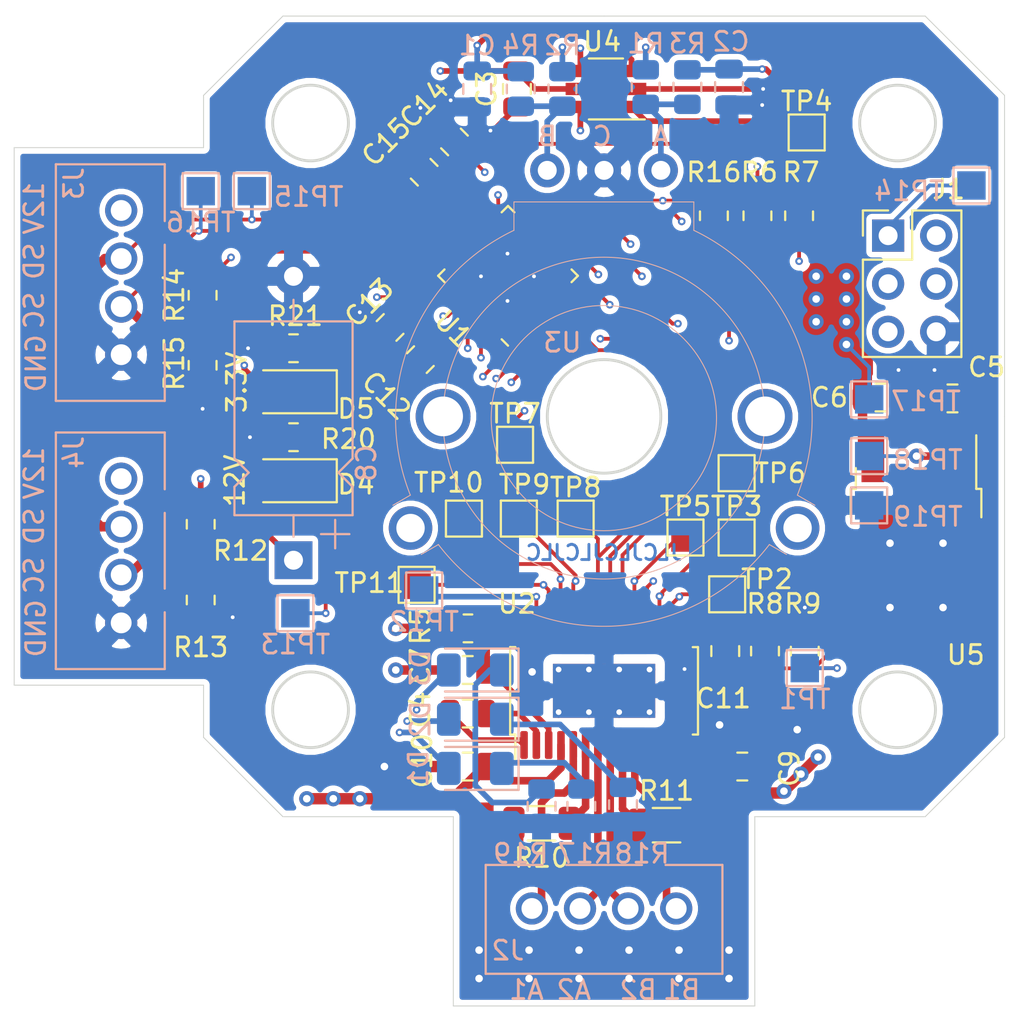
<source format=kicad_pcb>
(kicad_pcb (version 20171130) (host pcbnew "(5.1.12)-1")
  (layers (0 F.Cu signal) (1 In1.Cu signal) (2 In2.Cu signal) (31 B.Cu signal) (34 B.Paste user) (35 F.Paste user) (36 B.SilkS user) (37 F.SilkS user) (38 B.Mask user) (39 F.Mask user) (44 Edge.Cuts user))
  (net 0 "")
  (net 1 "Net-(U1-Pad4)")
  (net 2 "Net-(U1-Pad3)")
  (net 3 GND)
  (net 4 "Net-(J1-Pad5)")
  (net 5 "Net-(J1-Pad4)")
  (net 6 "Net-(J1-Pad3)")
  (net 7 "Net-(U1-Pad21)")
  (net 8 "Net-(U1-Pad20)")
  (net 9 "Net-(U2-Pad23)")
  (net 10 "Net-(U3-Pad7)")
  (net 11 "Net-(U3-Pad6)")
  (net 12 "Net-(U3-Pad5)")
  (net 13 "Net-(U3-Pad4)")
  (net 14 +3V3)
  (net 15 A_OUT)
  (net 16 B_OUT)
  (net 17 /RC_B_OUT)
  (net 18 /RC_A_OUT)
  (net 19 /RC_A_IN)
  (net 20 /RC_B_IN)
  (net 21 +12V)
  (net 22 /CP1)
  (net 23 /CP2)
  (net 24 /VCP)
  (net 25 AOUT1)
  (net 26 AOUT2)
  (net 27 BOUT1)
  (net 28 BOUT2)
  (net 29 nHOME)
  (net 30 MODE2)
  (net 31 MODE1)
  (net 32 MODE0)
  (net 33 STEP)
  (net 34 nENBL)
  (net 35 DIR)
  (net 36 DECAY)
  (net 37 nFAULT)
  (net 38 nSLEEP)
  (net 39 nRESET)
  (net 40 VREF)
  (net 41 /SENSEA)
  (net 42 /SENSEB)
  (net 43 /DRV3V3)
  (net 44 SCL)
  (net 45 SDA)
  (net 46 /UPDI)
  (net 47 /CLKOUT)
  (net 48 "Net-(U1-Pad26)")
  (net 49 /AIN_12V)
  (net 50 /AIN_3.3V)
  (net 51 /LED1+)
  (net 52 /LED1-)
  (net 53 /LED2+)
  (net 54 /LED2-)
  (net 55 /LED3+)
  (net 56 /LED3-)
  (net 57 /DAC)
  (net 58 /12_LED)
  (net 59 /3.3_LED)
  (module Stepper_Motor_Controller_Footprint_Lib:PER231-P19-N0010 (layer B.Cu) (at 100 87)
    (fp_text reference U3 (at -2.2 9.1) (layer B.SilkS) (effects (justify mirror)))
    (fp_text value PER231-P19-N0010)
    (fp_text user A (at 3 -1.8) (layer B.SilkS) (effects (justify mirror)))
    (fp_text user B (at -3 -1.8) (layer B.SilkS) (effects (justify mirror)))
    (fp_text user C (at -0.1 -1.8) (layer B.SilkS) (effects (justify mirror)))
    (pad 1 thru_hole circle (at 3 0) (size 1.8 1.8) (drill 1) (layers *.Cu *.Mask) (net 19 /RC_A_IN))
    (pad 2 thru_hole circle (at -3 0) (size 1.8 1.8) (drill 1) (layers *.Cu *.Mask) (net 20 /RC_B_IN))
    (pad 3 thru_hole circle (at 0 0) (size 1.8 1.8) (drill 1) (layers *.Cu *.Mask) (net 3 GND))
    (pad 4 thru_hole circle (at 10.22 18.9) (size 2.3 2.3) (drill 1.5) (layers *.Cu *.Mask) (net 13 "Net-(U3-Pad4)"))
    (pad 5 thru_hole circle (at 8.5 13) (size 2.9 2.9) (drill 2.1) (layers *.Cu *.Mask) (net 12 "Net-(U3-Pad5)"))
    (pad 6 thru_hole circle (at -8.5 13) (size 2.9 2.9) (drill 2.1) (layers *.Cu *.Mask) (net 11 "Net-(U3-Pad6)"))
    (pad 7 thru_hole circle (at -10.22 18.9) (size 2.3 2.3) (drill 1.5) (layers *.Cu *.Mask) (net 10 "Net-(U3-Pad7)"))
  )
  (module TestPoint:TestPoint_Pad_1.5x1.5mm (layer B.Cu) (at 114 104.7 90)
    (fp_text reference TP19 (at -0.6 3.1 180) (layer B.SilkS) (effects (justify mirror)))
    (fp_text value GND)
    (pad 1 smd rect (at 0 0 90) (size 1.5 1.5) (layers B.Cu B.Mask) (net 3 GND))
  )
  (module TestPoint:TestPoint_Pad_1.5x1.5mm (layer B.Cu) (at 114 102.1 90)
    (fp_text reference TP18 (at -0.2 3.1 180) (layer B.SilkS) (effects (justify mirror)))
    (fp_text value 12V)
    (pad 1 smd rect (at 0 0 90) (size 1.5 1.5) (layers B.Cu B.Mask) (net 21 +12V))
  )
  (module TestPoint:TestPoint_Pad_1.5x1.5mm (layer B.Cu) (at 114 99.1 90)
    (fp_text reference TP17 (at -0.1 3 180) (layer B.SilkS) (effects (justify mirror)))
    (fp_text value 3.3V)
    (pad 1 smd rect (at 0 0 90) (size 1.5 1.5) (layers B.Cu B.Mask) (net 14 +3V3))
  )
  (module Resistor_SMD:R_0805_2012Metric (layer F.Cu) (at 83.6 96.4 180)
    (fp_text reference R21 (at -0.1 1.7) (layer F.SilkS))
    (fp_text value R)
    (pad 2 smd roundrect (at 0.9125 0 180) (size 1.025 1.4) (layers F.Cu F.Paste F.Mask) (roundrect_rratio 0.2439014634146341) (net 3 GND))
    (pad 1 smd roundrect (at -0.9125 0 180) (size 1.025 1.4) (layers F.Cu F.Paste F.Mask) (roundrect_rratio 0.2439014634146341) (net 59 /3.3_LED))
  )
  (module Resistor_SMD:R_0805_2012Metric (layer F.Cu) (at 83.6 101.1 180)
    (fp_text reference R20 (at -2.9 -0.1) (layer F.SilkS))
    (fp_text value R)
    (pad 2 smd roundrect (at 0.9125 0 180) (size 1.025 1.4) (layers F.Cu F.Paste F.Mask) (roundrect_rratio 0.2439014634146341) (net 3 GND))
    (pad 1 smd roundrect (at -0.9125 0 180) (size 1.025 1.4) (layers F.Cu F.Paste F.Mask) (roundrect_rratio 0.2439014634146341) (net 58 /12_LED))
  )
  (module LED_SMD:LED_1206_3216Metric (layer F.Cu) (at 83.6 98.7 180)
    (fp_text reference D5 (at -3.3 -0.9) (layer F.SilkS))
    (fp_text value LED)
    (pad 2 smd roundrect (at 1.4 0 180) (size 1.25 1.75) (layers F.Cu F.Paste F.Mask) (roundrect_rratio 0.2) (net 14 +3V3))
    (pad 1 smd roundrect (at -1.4 0 180) (size 1.25 1.75) (layers F.Cu F.Paste F.Mask) (roundrect_rratio 0.2) (net 59 /3.3_LED))
  )
  (module LED_SMD:LED_1206_3216Metric (layer F.Cu) (at 83.6 103.4 180)
    (fp_text reference D4 (at -3.3 -0.2) (layer F.SilkS))
    (fp_text value LED)
    (pad 2 smd roundrect (at 1.4 0 180) (size 1.25 1.75) (layers F.Cu F.Paste F.Mask) (roundrect_rratio 0.2) (net 21 +12V))
    (pad 1 smd roundrect (at -1.4 0 180) (size 1.25 1.75) (layers F.Cu F.Paste F.Mask) (roundrect_rratio 0.2) (net 58 /12_LED))
  )
  (module Resistor_SMD:R_0805_2012Metric (layer F.Cu) (at 110.6 112.4 90)
    (fp_text reference R9 (at 2.5 -0.1 180) (layer F.SilkS))
    (fp_text value 0)
    (pad 2 smd roundrect (at 0.9125 0 90) (size 1.025 1.4) (layers F.Cu F.Paste F.Mask) (roundrect_rratio 0.2439014634146341) (net 3 GND))
    (pad 1 smd roundrect (at -0.9125 0 90) (size 1.025 1.4) (layers F.Cu F.Paste F.Mask) (roundrect_rratio 0.2439014634146341) (net 40 VREF))
  )
  (module Resistor_SMD:R_0805_2012Metric (layer B.Cu) (at 96.7 120.6 270)
    (fp_text reference R19 (at 2.5 1.1 180) (layer B.SilkS) (effects (justify mirror)))
    (fp_text value R)
    (pad 2 smd roundrect (at 0.9125 0 270) (size 1.025 1.4) (layers B.Cu B.Paste B.Mask) (roundrect_rratio 0.2439014634146341) (net 3 GND))
    (pad 1 smd roundrect (at -0.9125 0 270) (size 1.025 1.4) (layers B.Cu B.Paste B.Mask) (roundrect_rratio 0.2439014634146341) (net 56 /LED3-))
  )
  (module Resistor_SMD:R_0805_2012Metric (layer B.Cu) (at 101 120.5125 270)
    (fp_text reference R18 (at 2.5875 -1 180) (layer B.SilkS) (effects (justify mirror)))
    (fp_text value R)
    (pad 2 smd roundrect (at 0.9125 0 270) (size 1.025 1.4) (layers B.Cu B.Paste B.Mask) (roundrect_rratio 0.2439014634146341) (net 3 GND))
    (pad 1 smd roundrect (at -0.9125 0 270) (size 1.025 1.4) (layers B.Cu B.Paste B.Mask) (roundrect_rratio 0.2439014634146341) (net 54 /LED2-))
  )
  (module Resistor_SMD:R_0805_2012Metric (layer B.Cu) (at 98.8 120.6 270)
    (fp_text reference R17 (at 2.5 -0.2) (layer B.SilkS) (effects (justify mirror)))
    (fp_text value R)
    (pad 2 smd roundrect (at 0.9125 0 270) (size 1.025 1.4) (layers B.Cu B.Paste B.Mask) (roundrect_rratio 0.2439014634146341) (net 3 GND))
    (pad 1 smd roundrect (at -0.9125 0 270) (size 1.025 1.4) (layers B.Cu B.Paste B.Mask) (roundrect_rratio 0.2439014634146341) (net 52 /LED1-))
  )
  (module Resistor_SMD:R_0805_2012Metric (layer F.Cu) (at 105.8 89.4 90)
    (fp_text reference R16 (at 2.3 0 180) (layer F.SilkS))
    (fp_text value 5.1K)
    (pad 2 smd roundrect (at 0.9125 0 90) (size 1.025 1.4) (layers F.Cu F.Paste F.Mask) (roundrect_rratio 0.2439014634146341) (net 57 /DAC))
    (pad 1 smd roundrect (at -0.9125 0 90) (size 1.025 1.4) (layers F.Cu F.Paste F.Mask) (roundrect_rratio 0.2439014634146341) (net 40 VREF))
  )
  (module Resistor_SMD:R_0805_2012Metric (layer F.Cu) (at 78.8 97.3 270)
    (fp_text reference R15 (at -0.1 1.5 270) (layer F.SilkS))
    (fp_text value 4.7k)
    (pad 2 smd roundrect (at 0.9125 0 270) (size 1.025 1.4) (layers F.Cu F.Paste F.Mask) (roundrect_rratio 0.2439014634146341) (net 3 GND))
    (pad 1 smd roundrect (at -0.9125 0 270) (size 1.025 1.4) (layers F.Cu F.Paste F.Mask) (roundrect_rratio 0.2439014634146341) (net 50 /AIN_3.3V))
  )
  (module Resistor_SMD:R_0805_2012Metric (layer F.Cu) (at 78.8 93.6 270)
    (fp_text reference R14 (at 0 1.5 270) (layer F.SilkS))
    (fp_text value 4.7k)
    (pad 2 smd roundrect (at 0.9125 0 270) (size 1.025 1.4) (layers F.Cu F.Paste F.Mask) (roundrect_rratio 0.2439014634146341) (net 50 /AIN_3.3V))
    (pad 1 smd roundrect (at -0.9125 0 270) (size 1.025 1.4) (layers F.Cu F.Paste F.Mask) (roundrect_rratio 0.2439014634146341) (net 14 +3V3))
  )
  (module Resistor_SMD:R_0805_2012Metric (layer F.Cu) (at 78.7 109.7 270)
    (fp_text reference R13 (at 2.5 0 180) (layer F.SilkS))
    (fp_text value 820)
    (pad 2 smd roundrect (at 0.9125 0 270) (size 1.025 1.4) (layers F.Cu F.Paste F.Mask) (roundrect_rratio 0.2439014634146341) (net 3 GND))
    (pad 1 smd roundrect (at -0.9125 0 270) (size 1.025 1.4) (layers F.Cu F.Paste F.Mask) (roundrect_rratio 0.2439014634146341) (net 49 /AIN_12V))
  )
  (module Resistor_SMD:R_0805_2012Metric (layer F.Cu) (at 78.7 105.7 270)
    (fp_text reference R12 (at 1.4 -2.1 180) (layer F.SilkS))
    (fp_text value 5.1k)
    (pad 2 smd roundrect (at 0.9125 0 270) (size 1.025 1.4) (layers F.Cu F.Paste F.Mask) (roundrect_rratio 0.2439014634146341) (net 49 /AIN_12V))
    (pad 1 smd roundrect (at -0.9125 0 270) (size 1.025 1.4) (layers F.Cu F.Paste F.Mask) (roundrect_rratio 0.2439014634146341) (net 21 +12V))
  )
  (module LED_SMD:LED_1206_3216Metric (layer B.Cu) (at 93.2 113.4 180)
    (fp_text reference D3 (at 2.9 0.1 270) (layer B.SilkS) (effects (justify mirror)))
    (fp_text value LED)
    (pad 2 smd roundrect (at 1.4 0 180) (size 1.25 1.75) (layers B.Cu B.Paste B.Mask) (roundrect_rratio 0.2) (net 55 /LED3+))
    (pad 1 smd roundrect (at -1.4 0 180) (size 1.25 1.75) (layers B.Cu B.Paste B.Mask) (roundrect_rratio 0.2) (net 56 /LED3-))
  )
  (module LED_SMD:LED_1206_3216Metric (layer B.Cu) (at 93.2 116 180)
    (fp_text reference D2 (at 2.9 0 270) (layer B.SilkS) (effects (justify mirror)))
    (fp_text value LED)
    (pad 2 smd roundrect (at 1.4 0 180) (size 1.25 1.75) (layers B.Cu B.Paste B.Mask) (roundrect_rratio 0.2) (net 53 /LED2+))
    (pad 1 smd roundrect (at -1.4 0 180) (size 1.25 1.75) (layers B.Cu B.Paste B.Mask) (roundrect_rratio 0.2) (net 54 /LED2-))
  )
  (module LED_SMD:LED_1206_3216Metric (layer B.Cu) (at 93.2 118.6 180)
    (fp_text reference D1 (at 3 0 270) (layer B.SilkS) (effects (justify mirror)))
    (fp_text value LED)
    (pad 2 smd roundrect (at 1.4 0 180) (size 1.25 1.75) (layers B.Cu B.Paste B.Mask) (roundrect_rratio 0.2) (net 51 /LED1+))
    (pad 1 smd roundrect (at -1.4 0 180) (size 1.25 1.75) (layers B.Cu B.Paste B.Mask) (roundrect_rratio 0.2) (net 52 /LED1-))
  )
  (module Package_DFN_QFN:QFN-32-1EP_5x5mm_P0.5mm_EP3.1x3.1mm (layer F.Cu) (at 94.92832 92.57168 135)
    (fp_text reference U1 (at 0.070711 -4.030509 135) (layer F.SilkS))
    (fp_text value AVR32DA32)
    (pad 33 smd rect (at 0 0 135) (size 3.1 3.1) (layers F.Cu F.Mask) (net 3 GND))
    (pad 32 smd roundrect (at -1.75 -2.4375 135) (size 0.25 0.875) (layers F.Cu F.Paste F.Mask) (net 51 /LED1+))
    (pad 31 smd roundrect (at -1.25 -2.4375 135) (size 0.25 0.875) (layers F.Cu F.Paste F.Mask) (net 16 B_OUT))
    (pad 30 smd roundrect (at -0.75 -2.4375 135) (size 0.25 0.875) (layers F.Cu F.Paste F.Mask) (net 15 A_OUT))
    (pad 29 smd roundrect (at -0.25 -2.4375 135) (size 0.25 0.875) (layers F.Cu F.Paste F.Mask) (net 3 GND))
    (pad 28 smd roundrect (at 0.25 -2.4375 135) (size 0.25 0.875) (layers F.Cu F.Paste F.Mask) (net 14 +3V3))
    (pad 27 smd roundrect (at 0.75 -2.4375 135) (size 0.25 0.875) (layers F.Cu F.Paste F.Mask) (net 46 /UPDI))
    (pad 26 smd roundrect (at 1.25 -2.4375 135) (size 0.25 0.875) (layers F.Cu F.Paste F.Mask) (net 48 "Net-(U1-Pad26)"))
    (pad 25 smd roundrect (at 1.75 -2.4375 135) (size 0.25 0.875) (layers F.Cu F.Paste F.Mask) (net 49 /AIN_12V))
    (pad 24 smd roundrect (at 2.4375 -1.75 135) (size 0.875 0.25) (layers F.Cu F.Paste F.Mask) (net 50 /AIN_3.3V))
    (pad 23 smd roundrect (at 2.4375 -1.25 135) (size 0.875 0.25) (layers F.Cu F.Paste F.Mask) (net 44 SCL))
    (pad 22 smd roundrect (at 2.4375 -0.75 135) (size 0.875 0.25) (layers F.Cu F.Paste F.Mask) (net 45 SDA))
    (pad 21 smd roundrect (at 2.4375 -0.25 135) (size 0.875 0.25) (layers F.Cu F.Paste F.Mask) (net 7 "Net-(U1-Pad21)"))
    (pad 20 smd roundrect (at 2.4375 0.25 135) (size 0.875 0.25) (layers F.Cu F.Paste F.Mask) (net 8 "Net-(U1-Pad20)"))
    (pad 19 smd roundrect (at 2.4375 0.75 135) (size 0.875 0.25) (layers F.Cu F.Paste F.Mask) (net 3 GND))
    (pad 18 smd roundrect (at 2.4375 1.25 135) (size 0.875 0.25) (layers F.Cu F.Paste F.Mask) (net 14 +3V3))
    (pad 17 smd roundrect (at 2.4375 1.75 135) (size 0.875 0.25) (layers F.Cu F.Paste F.Mask) (net 36 DECAY))
    (pad 16 smd roundrect (at 1.75 2.4375 135) (size 0.25 0.875) (layers F.Cu F.Paste F.Mask) (net 57 /DAC))
    (pad 15 smd roundrect (at 1.25 2.4375 135) (size 0.25 0.875) (layers F.Cu F.Paste F.Mask) (net 37 nFAULT))
    (pad 14 smd roundrect (at 0.75 2.4375 135) (size 0.25 0.875) (layers F.Cu F.Paste F.Mask) (net 38 nSLEEP))
    (pad 13 smd roundrect (at 0.25 2.4375 135) (size 0.25 0.875) (layers F.Cu F.Paste F.Mask) (net 39 nRESET))
    (pad 12 smd roundrect (at -0.25 2.4375 135) (size 0.25 0.875) (layers F.Cu F.Paste F.Mask) (net 30 MODE2))
    (pad 11 smd roundrect (at -0.75 2.4375 135) (size 0.25 0.875) (layers F.Cu F.Paste F.Mask) (net 31 MODE1))
    (pad 10 smd roundrect (at -1.25 2.4375 135) (size 0.25 0.875) (layers F.Cu F.Paste F.Mask) (net 32 MODE0))
    (pad 9 smd roundrect (at -1.75 2.4375 135) (size 0.25 0.875) (layers F.Cu F.Paste F.Mask) (net 29 nHOME))
    (pad 8 smd roundrect (at -2.4375 1.75 135) (size 0.875 0.25) (layers F.Cu F.Paste F.Mask) (net 34 nENBL))
    (pad 7 smd roundrect (at -2.4375 1.25 135) (size 0.875 0.25) (layers F.Cu F.Paste F.Mask) (net 35 DIR))
    (pad 6 smd roundrect (at -2.4375 0.75 135) (size 0.875 0.25) (layers F.Cu F.Paste F.Mask) (net 33 STEP))
    (pad 5 smd roundrect (at -2.4375 0.25 135) (size 0.875 0.25) (layers F.Cu F.Paste F.Mask) (net 47 /CLKOUT))
    (pad 4 smd roundrect (at -2.4375 -0.25 135) (size 0.875 0.25) (layers F.Cu F.Paste F.Mask) (net 1 "Net-(U1-Pad4)"))
    (pad 3 smd roundrect (at -2.4375 -0.75 135) (size 0.875 0.25) (layers F.Cu F.Paste F.Mask) (net 2 "Net-(U1-Pad3)"))
    (pad 2 smd roundrect (at -2.4375 -1.25 135) (size 0.875 0.25) (layers F.Cu F.Paste F.Mask) (net 55 /LED3+))
    (pad 1 smd roundrect (at -2.4375 -1.75 135) (size 0.875 0.25) (layers F.Cu F.Paste F.Mask) (net 53 /LED2+))
  )
  (module TestPoint:TestPoint_Pad_1.5x1.5mm (layer B.Cu) (at 78.7 88.1)
    (fp_text reference TP16 (at 0 1.648) (layer B.SilkS) (effects (justify mirror)))
    (fp_text value SCL)
    (pad 1 smd rect (at 0 0) (size 1.5 1.5) (layers B.Cu B.Mask) (net 44 SCL))
  )
  (module TestPoint:TestPoint_Pad_1.5x1.5mm (layer B.Cu) (at 81.4 88.1)
    (fp_text reference TP15 (at 3 0.3) (layer B.SilkS) (effects (justify mirror)))
    (fp_text value SDA)
    (pad 1 smd rect (at 0 0) (size 1.5 1.5) (layers B.Cu B.Mask) (net 45 SDA))
  )
  (module TestPoint:TestPoint_Pad_1.5x1.5mm (layer B.Cu) (at 119.4 87.8)
    (fp_text reference TP14 (at -3.3 0.3) (layer B.SilkS) (effects (justify mirror)))
    (fp_text value UPDI)
    (pad 1 smd rect (at 0 0) (size 1.5 1.5) (layers B.Cu B.Mask) (net 46 /UPDI))
  )
  (module TestPoint:TestPoint_Pad_1.5x1.5mm (layer B.Cu) (at 83.7 110.4)
    (fp_text reference TP13 (at 0 1.648) (layer B.SilkS) (effects (justify mirror)))
    (fp_text value CLKOUT)
    (pad 1 smd rect (at 0 0) (size 1.5 1.5) (layers B.Cu B.Mask) (net 47 /CLKOUT))
  )
  (module TestPoint:TestPoint_Pad_1.5x1.5mm (layer B.Cu) (at 90.5 109.2)
    (fp_text reference TP12 (at 0 1.648) (layer B.SilkS) (effects (justify mirror)))
    (fp_text value nHOME)
    (pad 1 smd rect (at 0 0) (size 1.5 1.5) (layers B.Cu B.Mask) (net 29 nHOME))
  )
  (module TestPoint:TestPoint_Pad_1.5x1.5mm (layer F.Cu) (at 90.1 108.9)
    (fp_text reference TP11 (at -2.5 -0.1) (layer F.SilkS))
    (fp_text value MODE2)
    (pad 1 smd rect (at 0 0) (size 1.5 1.5) (layers F.Cu F.Mask) (net 30 MODE2))
  )
  (module TestPoint:TestPoint_Pad_1.5x1.5mm (layer F.Cu) (at 92.6 105.4)
    (fp_text reference TP10 (at -0.8 -1.9) (layer F.SilkS))
    (fp_text value MODE1)
    (pad 1 smd rect (at 0 0) (size 1.5 1.5) (layers F.Cu F.Mask) (net 31 MODE1))
  )
  (module TestPoint:TestPoint_Pad_1.5x1.5mm (layer F.Cu) (at 95.5 105.4)
    (fp_text reference TP9 (at 0.3 -1.8) (layer F.SilkS))
    (fp_text value MODE0)
    (pad 1 smd rect (at 0 0) (size 1.5 1.5) (layers F.Cu F.Mask) (net 32 MODE0))
  )
  (module TestPoint:TestPoint_Pad_1.5x1.5mm (layer F.Cu) (at 98.5 105.4)
    (fp_text reference TP8 (at 0 -1.648) (layer F.SilkS))
    (fp_text value STEP)
    (pad 1 smd rect (at 0 0) (size 1.5 1.5) (layers F.Cu F.Mask) (net 33 STEP))
  )
  (module TestPoint:TestPoint_Pad_1.5x1.5mm (layer F.Cu) (at 95.3 101.5)
    (fp_text reference TP7 (at 0 -1.648) (layer F.SilkS))
    (fp_text value nENABLE)
    (pad 1 smd rect (at 0 0) (size 1.5 1.5) (layers F.Cu F.Mask) (net 34 nENBL))
  )
  (module TestPoint:TestPoint_Pad_1.5x1.5mm (layer F.Cu) (at 107 103)
    (fp_text reference TP6 (at 2.3 0) (layer F.SilkS))
    (fp_text value DIR)
    (pad 1 smd rect (at 0 0) (size 1.5 1.5) (layers F.Cu F.Mask) (net 35 DIR))
  )
  (module TestPoint:TestPoint_Pad_1.5x1.5mm (layer F.Cu) (at 104.3 106.4)
    (fp_text reference TP5 (at 0 -1.648) (layer F.SilkS))
    (fp_text value DECAY)
    (pad 1 smd rect (at 0 0) (size 1.5 1.5) (layers F.Cu F.Mask) (net 36 DECAY))
  )
  (module TestPoint:TestPoint_Pad_1.5x1.5mm (layer F.Cu) (at 110.7 85)
    (fp_text reference TP4 (at 0 -1.648) (layer F.SilkS))
    (fp_text value nFAULT)
    (pad 1 smd rect (at 0 0) (size 1.5 1.5) (layers F.Cu F.Mask) (net 37 nFAULT))
  )
  (module TestPoint:TestPoint_Pad_1.5x1.5mm (layer F.Cu) (at 107 106.4)
    (fp_text reference TP3 (at 0 -1.648) (layer F.SilkS))
    (fp_text value nSLEEP)
    (pad 1 smd rect (at 0 0) (size 1.5 1.5) (layers F.Cu F.Mask) (net 38 nSLEEP))
  )
  (module TestPoint:TestPoint_Pad_1.5x1.5mm (layer F.Cu) (at 106.5 109.4)
    (fp_text reference TP2 (at 2.1 -0.8) (layer F.SilkS))
    (fp_text value nRESET)
    (pad 1 smd rect (at 0 0) (size 1.5 1.5) (layers F.Cu F.Mask) (net 39 nRESET))
  )
  (module TestPoint:TestPoint_Pad_1.5x1.5mm (layer B.Cu) (at 110.6 113.3)
    (fp_text reference TP1 (at 0 1.648) (layer B.SilkS) (effects (justify mirror)))
    (fp_text value VREF)
    (pad 1 smd rect (at 0 0) (size 1.5 1.5) (layers B.Cu B.Mask) (net 40 VREF))
  )
  (module Resistor_SMD:R_0805_2012Metric (layer F.Cu) (at 108.5 112.4 270)
    (fp_text reference R8 (at -2.5 0 180) (layer F.SilkS))
    (fp_text value 0)
    (pad 2 smd roundrect (at 0.9125 0 270) (size 1.025 1.4) (layers F.Cu F.Paste F.Mask) (roundrect_rratio 0.2439014634146341) (net 40 VREF))
    (pad 1 smd roundrect (at -0.9125 0 270) (size 1.025 1.4) (layers F.Cu F.Paste F.Mask) (roundrect_rratio 0.2439014634146341) (net 43 /DRV3V3))
  )
  (module Resistor_SMD:R_0805_2012Metric (layer F.Cu) (at 110.3 89.4 270)
    (fp_text reference R7 (at -2.3 -0.1 180) (layer F.SilkS))
    (fp_text value 10k)
    (pad 2 smd roundrect (at 0.9125 0 270) (size 1.025 1.4) (layers F.Cu F.Paste F.Mask) (roundrect_rratio 0.2439014634146341) (net 29 nHOME))
    (pad 1 smd roundrect (at -0.9125 0 270) (size 1.025 1.4) (layers F.Cu F.Paste F.Mask) (roundrect_rratio 0.2439014634146341) (net 14 +3V3))
  )
  (module Resistor_SMD:R_0805_2012Metric (layer F.Cu) (at 108.1 89.4 270)
    (fp_text reference R6 (at -2.3 -0.1) (layer F.SilkS))
    (fp_text value 10k)
    (pad 2 smd roundrect (at 0.9125 0 270) (size 1.025 1.4) (layers F.Cu F.Paste F.Mask) (roundrect_rratio 0.2439014634146341) (net 37 nFAULT))
    (pad 1 smd roundrect (at -0.9125 0 270) (size 1.025 1.4) (layers F.Cu F.Paste F.Mask) (roundrect_rratio 0.2439014634146341) (net 14 +3V3))
  )
  (module Resistor_SMD:R_0805_2012Metric (layer F.Cu) (at 92.8125 111.2)
    (fp_text reference R5 (at -2.5125 -0.1 90) (layer F.SilkS))
    (fp_text value 1M)
    (pad 2 smd roundrect (at 0.9125 0) (size 1.025 1.4) (layers F.Cu F.Paste F.Mask) (roundrect_rratio 0.2439014634146341) (net 24 /VCP))
    (pad 1 smd roundrect (at -0.9125 0) (size 1.025 1.4) (layers F.Cu F.Paste F.Mask) (roundrect_rratio 0.2439014634146341) (net 21 +12V))
  )
  (module Resistor_SMD:R_0805_2012Metric (layer B.Cu) (at 95.6 82.7 270)
    (fp_text reference R4 (at -2.3 0) (layer B.SilkS) (effects (justify mirror)))
    (fp_text value 5.1k)
    (pad 2 smd roundrect (at 0.9125 0 270) (size 1.025 1.4) (layers B.Cu B.Paste B.Mask) (roundrect_rratio 0.2439014634146341) (net 20 /RC_B_IN))
    (pad 1 smd roundrect (at -0.9125 0 270) (size 1.025 1.4) (layers B.Cu B.Paste B.Mask) (roundrect_rratio 0.2439014634146341) (net 17 /RC_B_OUT))
  )
  (module Resistor_SMD:R_0805_2012Metric (layer B.Cu) (at 104.4 82.6 270)
    (fp_text reference R3 (at -2.3 0) (layer B.SilkS) (effects (justify mirror)))
    (fp_text value 5.1k)
    (pad 2 smd roundrect (at 0.9125 0 270) (size 1.025 1.4) (layers B.Cu B.Paste B.Mask) (roundrect_rratio 0.2439014634146341) (net 19 /RC_A_IN))
    (pad 1 smd roundrect (at -0.9125 0 270) (size 1.025 1.4) (layers B.Cu B.Paste B.Mask) (roundrect_rratio 0.2439014634146341) (net 18 /RC_A_OUT))
  )
  (module Resistor_SMD:R_0805_2012Metric (layer B.Cu) (at 97.8 82.7 270)
    (fp_text reference R2 (at -2.3 0) (layer B.SilkS) (effects (justify mirror)))
    (fp_text value 330)
    (pad 2 smd roundrect (at 0.9125 0 270) (size 1.025 1.4) (layers B.Cu B.Paste B.Mask) (roundrect_rratio 0.2439014634146341) (net 20 /RC_B_IN))
    (pad 1 smd roundrect (at -0.9125 0 270) (size 1.025 1.4) (layers B.Cu B.Paste B.Mask) (roundrect_rratio 0.2439014634146341) (net 14 +3V3))
  )
  (module Resistor_SMD:R_0805_2012Metric (layer B.Cu) (at 102.2 82.6 270)
    (fp_text reference R1 (at -2.3 0) (layer B.SilkS) (effects (justify mirror)))
    (fp_text value 330)
    (pad 2 smd roundrect (at 0.9125 0 270) (size 1.025 1.4) (layers B.Cu B.Paste B.Mask) (roundrect_rratio 0.2439014634146341) (net 19 /RC_A_IN))
    (pad 1 smd roundrect (at -0.9125 0 270) (size 1.025 1.4) (layers B.Cu B.Paste B.Mask) (roundrect_rratio 0.2439014634146341) (net 14 +3V3))
  )
  (module Capacitor_SMD:C_0805_2012Metric (layer F.Cu) (at 90.5 87.1 135)
    (fp_text reference C15 (at 2.545584 -0.282843 225) (layer F.SilkS))
    (fp_text value 10n)
    (pad 2 smd roundrect (at 0.95 0 135) (size 1 1.45) (layers F.Cu F.Paste F.Mask) (net 3 GND))
    (pad 1 smd roundrect (at -0.95 0 135) (size 1 1.45) (layers F.Cu F.Paste F.Mask) (net 14 +3V3))
  )
  (module Capacitor_SMD:C_0805_2012Metric (layer F.Cu) (at 92.1 85.5 135)
    (fp_text reference C14 (at 2.545584 0.282843 225) (layer F.SilkS))
    (fp_text value 1u)
    (pad 2 smd roundrect (at 0.95 0 135) (size 1 1.45) (layers F.Cu F.Paste F.Mask) (net 3 GND))
    (pad 1 smd roundrect (at -0.95 0 135) (size 1 1.45) (layers F.Cu F.Paste F.Mask) (net 14 +3V3))
  )
  (module Capacitor_SMD:C_0805_2012Metric (layer F.Cu) (at 88.7 95.3 225)
    (fp_text reference C13 (at -0.141421 1.697056 225) (layer F.SilkS))
    (fp_text value 1n)
    (pad 2 smd roundrect (at 0.95 0 225) (size 1 1.45) (layers F.Cu F.Paste F.Mask) (net 3 GND))
    (pad 1 smd roundrect (at -0.95 0 225) (size 1 1.45) (layers F.Cu F.Paste F.Mask) (net 14 +3V3))
  )
  (module Capacitor_SMD:C_0805_2012Metric (layer F.Cu) (at 90.3 97 225)
    (fp_text reference C12 (at 2.616295 -0.070711 135) (layer F.SilkS))
    (fp_text value 1u)
    (pad 2 smd roundrect (at 0.95 0 225) (size 1 1.45) (layers F.Cu F.Paste F.Mask) (net 3 GND))
    (pad 1 smd roundrect (at -0.95 0 225) (size 1 1.45) (layers F.Cu F.Paste F.Mask) (net 14 +3V3))
  )
  (module Stepper_Motor_Controller_Footprint_Lib:1005-003 (layer B.Cu) (at 74.5 107.1 270)
    (fp_text reference J4 (at -5.2 2.5 270) (layer B.SilkS) (effects (justify mirror)))
    (fp_text value "Comm Connector")
    (pad 1 thru_hole circle (at -3.81 0 270) (size 1.7 1.7) (drill 1.1) (layers *.Cu *.Mask) (net 21 +12V))
    (pad 2 thru_hole circle (at -1.27 0 180) (size 1.7 1.7) (drill 1.1) (layers *.Cu *.Mask) (net 45 SDA))
    (pad 4 thru_hole circle (at 3.81 0 270) (size 1.7 1.7) (drill 1.1) (layers *.Cu *.Mask) (net 3 GND))
    (pad 3 thru_hole circle (at 1.27 0 270) (size 1.7 1.7) (drill 1.1) (layers *.Cu *.Mask) (net 44 SCL))
  )
  (module Stepper_Motor_Controller_Footprint_Lib:1005-003 (layer B.Cu) (at 74.5 92.93 270)
    (fp_text reference J3 (at -5.23 2.5 270) (layer B.SilkS) (effects (justify mirror)))
    (fp_text value "Comm Connector")
    (pad 1 thru_hole circle (at -3.81 0 270) (size 1.7 1.7) (drill 1.1) (layers *.Cu *.Mask) (net 21 +12V))
    (pad 2 thru_hole circle (at -1.27 0 180) (size 1.7 1.7) (drill 1.1) (layers *.Cu *.Mask) (net 45 SDA))
    (pad 4 thru_hole circle (at 3.81 0 270) (size 1.7 1.7) (drill 1.1) (layers *.Cu *.Mask) (net 3 GND))
    (pad 3 thru_hole circle (at 1.27 0 270) (size 1.7 1.7) (drill 1.1) (layers *.Cu *.Mask) (net 44 SCL))
  )
  (module Resistor_SMD:R_1206_3216Metric (layer F.Cu) (at 103.3 121.6)
    (fp_text reference R11 (at 0 -1.82) (layer F.SilkS))
    (fp_text value .1)
    (pad 2 smd roundrect (at 1.4625 0) (size 1.125 1.75) (layers F.Cu F.Paste F.Mask) (roundrect_rratio 0.2222213333333333) (net 3 GND))
    (pad 1 smd roundrect (at -1.4625 0) (size 1.125 1.75) (layers F.Cu F.Paste F.Mask) (roundrect_rratio 0.2222213333333333) (net 42 /SENSEB))
  )
  (module Resistor_SMD:R_1206_3216Metric (layer F.Cu) (at 96.7 121.5 180)
    (fp_text reference R10 (at 0 -1.82) (layer F.SilkS))
    (fp_text value .1)
    (pad 2 smd roundrect (at 1.4625 0 180) (size 1.125 1.75) (layers F.Cu F.Paste F.Mask) (roundrect_rratio 0.2222213333333333) (net 3 GND))
    (pad 1 smd roundrect (at -1.4625 0 180) (size 1.125 1.75) (layers F.Cu F.Paste F.Mask) (roundrect_rratio 0.2222213333333333) (net 41 /SENSEA))
  )
  (module Capacitor_SMD:C_0805_2012Metric (layer F.Cu) (at 106.4 112.4 90)
    (fp_text reference C11 (at -2.5 -0.1 180) (layer F.SilkS))
    (fp_text value .47u)
    (pad 2 smd roundrect (at 0.95 0 90) (size 1 1.45) (layers F.Cu F.Paste F.Mask) (net 43 /DRV3V3))
    (pad 1 smd roundrect (at -0.95 0 90) (size 1 1.45) (layers F.Cu F.Paste F.Mask) (net 3 GND))
  )
  (module Capacitor_SMD:C_0805_2012Metric (layer F.Cu) (at 92.8 118.5)
    (fp_text reference C10 (at -2.4 -0.3 270) (layer F.SilkS))
    (fp_text value .1u)
    (pad 2 smd roundrect (at 0.95 0) (size 1 1.45) (layers F.Cu F.Paste F.Mask) (net 21 +12V))
    (pad 1 smd roundrect (at -0.95 0) (size 1 1.45) (layers F.Cu F.Paste F.Mask) (net 3 GND))
  )
  (module Capacitor_SMD:C_0805_2012Metric (layer F.Cu) (at 107.3 118.5 180)
    (fp_text reference C9 (at -2.5 -0.1 90) (layer F.SilkS))
    (fp_text value .1u)
    (pad 2 smd roundrect (at 0.95 0 180) (size 1 1.45) (layers F.Cu F.Paste F.Mask) (net 21 +12V))
    (pad 1 smd roundrect (at -0.95 0 180) (size 1 1.45) (layers F.Cu F.Paste F.Mask) (net 3 GND))
  )
  (module Capacitor_THT:CP_Axial_L10.0mm_D6.0mm_P15.00mm_Horizontal (layer B.Cu) (at 83.6 107.6 90)
    (fp_text reference C8 (at 5.13 3.85 270) (layer B.SilkS) (effects (justify mirror)))
    (fp_text value 100u)
    (pad 2 thru_hole oval (at 15 0 90) (size 2 2) (drill 1) (layers *.Cu *.Mask) (net 3 GND))
    (pad 1 thru_hole rect (at 0 0 90) (size 2 2) (drill 1) (layers *.Cu *.Mask) (net 21 +12V))
  )
  (module Capacitor_SMD:C_0805_2012Metric (layer F.Cu) (at 92.8 113.4 180)
    (fp_text reference C7 (at 2.5 0.2 270) (layer F.SilkS))
    (fp_text value .1u)
    (pad 2 smd roundrect (at 0.95 0 180) (size 1 1.45) (layers F.Cu F.Paste F.Mask) (net 21 +12V))
    (pad 1 smd roundrect (at -0.95 0 180) (size 1 1.45) (layers F.Cu F.Paste F.Mask) (net 24 /VCP))
  )
  (module Stepper_Motor_Controller_Footprint_Lib:1005-003 (layer B.Cu) (at 100 126)
    (fp_text reference J2 (at -5.08 2.22 180) (layer B.SilkS) (effects (justify mirror)))
    (fp_text value "Stepper Connector")
    (pad 1 thru_hole circle (at -3.81 0) (size 1.7 1.7) (drill 1.1) (layers *.Cu *.Mask) (net 25 AOUT1))
    (pad 2 thru_hole circle (at -1.27 0 270) (size 1.7 1.7) (drill 1.1) (layers *.Cu *.Mask) (net 26 AOUT2))
    (pad 4 thru_hole circle (at 3.81 0) (size 1.7 1.7) (drill 1.1) (layers *.Cu *.Mask) (net 27 BOUT1))
    (pad 3 thru_hole circle (at 1.27 0) (size 1.7 1.7) (drill 1.1) (layers *.Cu *.Mask) (net 28 BOUT2))
  )
  (module Capacitor_SMD:C_0805_2012Metric (layer F.Cu) (at 114.6 99)
    (fp_text reference C6 (at -2.7 0) (layer F.SilkS))
    (fp_text value .1u)
    (pad 2 smd roundrect (at 0.95 0) (size 1 1.45) (layers F.Cu F.Paste F.Mask) (net 3 GND))
    (pad 1 smd roundrect (at -0.95 0) (size 1 1.45) (layers F.Cu F.Paste F.Mask) (net 14 +3V3))
  )
  (module Capacitor_SMD:C_0805_2012Metric (layer F.Cu) (at 118.4 99.05 180)
    (fp_text reference C5 (at -1.8 1.65) (layer F.SilkS))
    (fp_text value .33u)
    (pad 2 smd roundrect (at 0.95 0 180) (size 1 1.45) (layers F.Cu F.Paste F.Mask) (net 3 GND))
    (pad 1 smd roundrect (at -0.95 0 180) (size 1 1.45) (layers F.Cu F.Paste F.Mask) (net 21 +12V))
  )
  (module Package_TO_SOT_SMD:TO-252-2 (layer F.Cu) (at 116.475 106.3 270)
    (fp_text reference U5 (at 6.3 -2.625 180) (layer F.SilkS))
    (fp_text value UA78M33CKVURG3)
    (pad 2 smd rect (at 2.1 0 270) (size 6.4 5.8) (layers F.Cu F.Mask) (net 3 GND))
    (pad 3 smd rect (at -4.2 2.28 270) (size 2.75 1.2) (layers F.Cu F.Paste F.Mask) (net 14 +3V3))
    (pad 1 smd rect (at -4.2 -2.28 270) (size 2.75 1.2) (layers F.Cu F.Paste F.Mask) (net 21 +12V))
  )
  (module Capacitor_SMD:C_0805_2012Metric (layer F.Cu) (at 92.8 115.7 180)
    (fp_text reference C4 (at 2.5 0.2 270) (layer F.SilkS))
    (fp_text value .01u)
    (pad 2 smd roundrect (at 0.95 0 180) (size 1 1.45) (layers F.Cu F.Paste F.Mask) (net 22 /CP1))
    (pad 1 smd roundrect (at -0.95 0 180) (size 1 1.45) (layers F.Cu F.Paste F.Mask) (net 23 /CP2))
  )
  (module Capacitor_SMD:C_0805_2012Metric (layer F.Cu) (at 95.4 82.7 270)
    (fp_text reference C3 (at 0 1.6 90) (layer F.SilkS))
    (fp_text value .1u)
    (pad 2 smd roundrect (at 0.95 0 270) (size 1 1.45) (layers F.Cu F.Paste F.Mask) (net 3 GND))
    (pad 1 smd roundrect (at -0.95 0 270) (size 1 1.45) (layers F.Cu F.Paste F.Mask) (net 14 +3V3))
  )
  (module Capacitor_SMD:C_0805_2012Metric (layer B.Cu) (at 106.6 82.6 270)
    (fp_text reference C2 (at -2.4 -0.1 180) (layer B.SilkS) (effects (justify mirror)))
    (fp_text value 1u)
    (pad 2 smd roundrect (at 0.95 0 270) (size 1 1.45) (layers B.Cu B.Paste B.Mask) (net 3 GND))
    (pad 1 smd roundrect (at -0.95 0 270) (size 1 1.45) (layers B.Cu B.Paste B.Mask) (net 18 /RC_A_OUT))
  )
  (module Capacitor_SMD:C_0805_2012Metric (layer B.Cu) (at 93.3 82.7 270)
    (fp_text reference C1 (at -2.3 0 180) (layer B.SilkS) (effects (justify mirror)))
    (fp_text value 1u)
    (pad 2 smd roundrect (at 0.95 0 270) (size 1 1.45) (layers B.Cu B.Paste B.Mask) (net 3 GND))
    (pad 1 smd roundrect (at -0.95 0 270) (size 1 1.45) (layers B.Cu B.Paste B.Mask) (net 17 /RC_B_OUT))
  )
  (module Package_TO_SOT_SMD:SOT-23-6_Handsoldering (layer F.Cu) (at 100.1 82.7 180)
    (fp_text reference U4 (at 0.2 2.5) (layer F.SilkS))
    (fp_text value SN74LVC2G17DBVR)
    (pad 5 smd rect (at 1.35 0 180) (size 1.56 0.65) (layers F.Cu F.Paste F.Mask) (net 14 +3V3))
    (pad 6 smd rect (at 1.35 -0.95 180) (size 1.56 0.65) (layers F.Cu F.Paste F.Mask) (net 15 A_OUT))
    (pad 4 smd rect (at 1.35 0.95 180) (size 1.56 0.65) (layers F.Cu F.Paste F.Mask) (net 16 B_OUT))
    (pad 3 smd rect (at -1.35 0.95 180) (size 1.56 0.65) (layers F.Cu F.Paste F.Mask) (net 17 /RC_B_OUT))
    (pad 2 smd rect (at -1.35 0 180) (size 1.56 0.65) (layers F.Cu F.Paste F.Mask) (net 3 GND))
    (pad 1 smd rect (at -1.35 -0.95 180) (size 1.56 0.65) (layers F.Cu F.Paste F.Mask) (net 18 /RC_A_OUT))
  )
  (module Package_SO:HTSSOP-28-1EP_4.4x9.7mm_P0.65mm_EP2.85x5.4mm_ThermalVias (layer F.Cu) (at 100 114.5 90)
    (fp_text reference U2 (at 4.6 -4.6 180) (layer F.SilkS))
    (fp_text value DRV8825)
    (pad 29 smd rect (at 0 0 90) (size 2.85 5.4) (layers B.Cu) (net 3 GND))
    (pad 29 thru_hole circle (at 1.125 2.4 90) (size 0.6 0.6) (drill 0.3) (layers *.Cu) (net 3 GND))
    (pad 29 thru_hole circle (at -1.125 2.4 90) (size 0.6 0.6) (drill 0.3) (layers *.Cu) (net 3 GND))
    (pad 29 thru_hole circle (at 1.125 0.8 90) (size 0.6 0.6) (drill 0.3) (layers *.Cu) (net 3 GND))
    (pad 29 thru_hole circle (at -1.125 0.8 90) (size 0.6 0.6) (drill 0.3) (layers *.Cu) (net 3 GND))
    (pad 29 thru_hole circle (at 1.125 -0.8 90) (size 0.6 0.6) (drill 0.3) (layers *.Cu) (net 3 GND))
    (pad 29 thru_hole circle (at -1.125 -0.8 90) (size 0.6 0.6) (drill 0.3) (layers *.Cu) (net 3 GND))
    (pad 29 thru_hole circle (at 1.125 -2.4 90) (size 0.6 0.6) (drill 0.3) (layers *.Cu) (net 3 GND))
    (pad 29 thru_hole circle (at -1.125 -2.4 90) (size 0.6 0.6) (drill 0.3) (layers *.Cu) (net 3 GND))
    (pad 29 smd rect (at 0 0 90) (size 2.85 5.4) (layers F.Cu F.Mask) (net 3 GND))
    (pad 28 smd roundrect (at 2.8625 -4.225 90) (size 1.475 0.4) (layers F.Cu F.Paste F.Mask) (net 3 GND))
    (pad 27 smd roundrect (at 2.8625 -3.575 90) (size 1.475 0.4) (layers F.Cu F.Paste F.Mask) (net 29 nHOME))
    (pad 26 smd roundrect (at 2.8625 -2.925 90) (size 1.475 0.4) (layers F.Cu F.Paste F.Mask) (net 30 MODE2))
    (pad 25 smd roundrect (at 2.8625 -2.275 90) (size 1.475 0.4) (layers F.Cu F.Paste F.Mask) (net 31 MODE1))
    (pad 24 smd roundrect (at 2.8625 -1.625 90) (size 1.475 0.4) (layers F.Cu F.Paste F.Mask) (net 32 MODE0))
    (pad 23 smd roundrect (at 2.8625 -0.975 90) (size 1.475 0.4) (layers F.Cu F.Paste F.Mask) (net 9 "Net-(U2-Pad23)"))
    (pad 22 smd roundrect (at 2.8625 -0.325 90) (size 1.475 0.4) (layers F.Cu F.Paste F.Mask) (net 33 STEP))
    (pad 21 smd roundrect (at 2.8625 0.325 90) (size 1.475 0.4) (layers F.Cu F.Paste F.Mask) (net 34 nENBL))
    (pad 20 smd roundrect (at 2.8625 0.975 90) (size 1.475 0.4) (layers F.Cu F.Paste F.Mask) (net 35 DIR))
    (pad 19 smd roundrect (at 2.8625 1.625 90) (size 1.475 0.4) (layers F.Cu F.Paste F.Mask) (net 36 DECAY))
    (pad 18 smd roundrect (at 2.8625 2.275 90) (size 1.475 0.4) (layers F.Cu F.Paste F.Mask) (net 37 nFAULT))
    (pad 17 smd roundrect (at 2.8625 2.925 90) (size 1.475 0.4) (layers F.Cu F.Paste F.Mask) (net 38 nSLEEP))
    (pad 16 smd roundrect (at 2.8625 3.575 90) (size 1.475 0.4) (layers F.Cu F.Paste F.Mask) (net 39 nRESET))
    (pad 15 smd roundrect (at 2.8625 4.225 90) (size 1.475 0.4) (layers F.Cu F.Paste F.Mask) (net 43 /DRV3V3))
    (pad 14 smd roundrect (at -2.8625 4.225 90) (size 1.475 0.4) (layers F.Cu F.Paste F.Mask) (net 3 GND))
    (pad 13 smd roundrect (at -2.8625 3.575 90) (size 1.475 0.4) (layers F.Cu F.Paste F.Mask) (net 40 VREF))
    (pad 12 smd roundrect (at -2.8625 2.925 90) (size 1.475 0.4) (layers F.Cu F.Paste F.Mask) (net 40 VREF))
    (pad 11 smd roundrect (at -2.8625 2.275 90) (size 1.475 0.4) (layers F.Cu F.Paste F.Mask) (net 21 +12V))
    (pad 10 smd roundrect (at -2.8625 1.625 90) (size 1.475 0.4) (layers F.Cu F.Paste F.Mask) (net 27 BOUT1))
    (pad 9 smd roundrect (at -2.8625 0.975 90) (size 1.475 0.4) (layers F.Cu F.Paste F.Mask) (net 42 /SENSEB))
    (pad 8 smd roundrect (at -2.8625 0.325 90) (size 1.475 0.4) (layers F.Cu F.Paste F.Mask) (net 28 BOUT2))
    (pad 7 smd roundrect (at -2.8625 -0.325 90) (size 1.475 0.4) (layers F.Cu F.Paste F.Mask) (net 26 AOUT2))
    (pad 6 smd roundrect (at -2.8625 -0.975 90) (size 1.475 0.4) (layers F.Cu F.Paste F.Mask) (net 41 /SENSEA))
    (pad 5 smd roundrect (at -2.8625 -1.625 90) (size 1.475 0.4) (layers F.Cu F.Paste F.Mask) (net 25 AOUT1))
    (pad 4 smd roundrect (at -2.8625 -2.275 90) (size 1.475 0.4) (layers F.Cu F.Paste F.Mask) (net 21 +12V))
    (pad 3 smd roundrect (at -2.8625 -2.925 90) (size 1.475 0.4) (layers F.Cu F.Paste F.Mask) (net 24 /VCP))
    (pad 2 smd roundrect (at -2.8625 -3.575 90) (size 1.475 0.4) (layers F.Cu F.Paste F.Mask) (net 23 /CP2))
    (pad 1 smd roundrect (at -2.8625 -4.225 90) (size 1.475 0.4) (layers F.Cu F.Paste F.Mask) (net 22 /CP1))
  )
  (module Connector_PinHeader_2.54mm:PinHeader_2x03_P2.54mm_Vertical (layer F.Cu) (at 115 90.45)
    (fp_text reference J1 (at 3.2 -2.45) (layer F.SilkS))
    (fp_text value "UPDI Header")
    (pad 6 thru_hole oval (at 2.54 5.08) (size 1.7 1.7) (drill 1) (layers *.Cu *.Mask) (net 3 GND))
    (pad 5 thru_hole oval (at 0 5.08) (size 1.7 1.7) (drill 1) (layers *.Cu *.Mask) (net 4 "Net-(J1-Pad5)"))
    (pad 4 thru_hole oval (at 2.54 2.54) (size 1.7 1.7) (drill 1) (layers *.Cu *.Mask) (net 5 "Net-(J1-Pad4)"))
    (pad 3 thru_hole oval (at 0 2.54) (size 1.7 1.7) (drill 1) (layers *.Cu *.Mask) (net 6 "Net-(J1-Pad3)"))
    (pad 2 thru_hole oval (at 2.54 0) (size 1.7 1.7) (drill 1) (layers *.Cu *.Mask) (net 14 +3V3))
    (pad 1 thru_hole rect (at 0 0) (size 1.7 1.7) (drill 1) (layers *.Cu *.Mask) (net 46 /UPDI))
  )
  (gr_text JLCJLCJLCJLC (at 100 107.2) (layer B.Cu) (effects (font (size 0.8 0.8)) (justify mirror)))
  (gr_text SD (at 69.9 91.8 90) (layer B.SilkS) (effects (font (size 1 1)) (justify mirror)))
  (gr_text 12V (at 69.9 89 90) (layer B.SilkS) (effects (font (size 1 1)) (justify mirror)))
  (gr_text SC (at 69.9 94.4 90) (layer B.SilkS) (effects (font (size 1 1)) (justify mirror)))
  (gr_text GND (at 70 97.2 90) (layer B.SilkS) (effects (font (size 1 1)) (justify mirror)))
  (gr_text GND (at 70 111.2 90) (layer B.SilkS) (effects (font (size 1 1)) (justify mirror)))
  (gr_text SC (at 69.9 108.4 90) (layer B.SilkS) (effects (font (size 1 1)) (justify mirror)))
  (gr_text SD (at 69.9 105.8 90) (layer B.SilkS) (effects (font (size 1 1)) (justify mirror)))
  (gr_text 12V (at 69.9 103 90) (layer B.SilkS) (effects (font (size 1 1)) (justify mirror)))
  (gr_text 3.3V (at 80.6 98.2 90) (layer F.SilkS) (effects (font (size 1 1))))
  (gr_text 12V (at 80.5 103.4 90) (layer F.SilkS) (effects (font (size 1 1))))
  (gr_line (start 68.85 85.8) (end 68.85 114.2) (layer Edge.Cuts) (width 0.05))
  (gr_line (start 78.85 85.8) (end 68.85 85.8) (layer Edge.Cuts) (width 0.05))
  (gr_line (start 78.85 83.04) (end 78.85 85.8) (layer Edge.Cuts) (width 0.05))
  (gr_line (start 78.85 116.96) (end 78.85 114.2) (layer Edge.Cuts) (width 0.05))
  (gr_line (start 78.85 114.2) (end 68.85 114.2) (layer Edge.Cuts) (width 0.05))
  (gr_text B1 (at 104.1 130.3) (layer B.SilkS) (effects (font (size 1 1)) (justify mirror)))
  (gr_text B2 (at 101.8 130.3) (layer B.SilkS) (effects (font (size 1 1)) (justify mirror)))
  (gr_text A2 (at 98.4 130.3) (layer B.SilkS) (effects (font (size 1 1)) (justify mirror)))
  (gr_text A1 (at 95.9 130.3) (layer B.SilkS) (effects (font (size 1 1)) (justify mirror)))
  (gr_line (start 107.96 121.15) (end 107.96 131.15) (layer Edge.Cuts) (width 0.05))
  (gr_line (start 92.04 121.15) (end 92.04 131.15) (layer Edge.Cuts) (width 0.05))
  (gr_line (start 92.04 131.15) (end 107.96 131.15) (layer Edge.Cuts) (width 0.05))
  (gr_line (start 116.96 121.15) (end 107.96 121.15) (layer Edge.Cuts) (width 0.05))
  (gr_line (start 83.04 121.15) (end 92.04 121.15) (layer Edge.Cuts) (width 0.05))
  (gr_line (start 78.85 116.96) (end 83.04 121.15) (layer Edge.Cuts) (width 0.05))
  (gr_line (start 116.96 121.15) (end 121.15 116.96) (layer Edge.Cuts) (width 0.05))
  (gr_line (start 116.96 78.85) (end 121.15 83.04) (layer Edge.Cuts) (width 0.05))
  (gr_line (start 78.85 83.04) (end 83.04 78.85) (layer Edge.Cuts) (width 0.05))
  (gr_line (start 121.15 100) (end 121.15 116.96) (layer Edge.Cuts) (width 0.05))
  (gr_line (start 121.15 100) (end 121.15 83.04) (layer Edge.Cuts) (width 0.05))
  (gr_line (start 100 78.85) (end 83.04 78.85) (layer Edge.Cuts) (width 0.05))
  (gr_line (start 100 78.85) (end 116.96 78.85) (layer Edge.Cuts) (width 0.05))
  (gr_circle (center 115.5 84.5) (end 117.5 84.5) (layer Edge.Cuts) (width 0.15))
  (gr_circle (center 84.5 84.5) (end 86.5 84.5) (layer Edge.Cuts) (width 0.15))
  (gr_circle (center 84.5 115.5) (end 86.5 115.5) (layer Edge.Cuts) (width 0.15))
  (gr_circle (center 115.5 115.5) (end 117.5 115.5) (layer Edge.Cuts) (width 0.15))
  (gr_circle (center 100 100) (end 103 100) (layer Edge.Cuts) (width 0.15))
  (via (at 94.9 93.9) (size 0.4) (drill 0.2) (layers F.Cu B.Cu) (net 3))
  (via (at 94.9 91.4) (size 0.4) (drill 0.2) (layers F.Cu B.Cu) (net 3))
  (via (at 96.3 92.6) (size 0.4) (drill 0.2) (layers F.Cu B.Cu) (net 3))
  (via (at 93.5 92.6) (size 0.4) (drill 0.2) (layers F.Cu B.Cu) (net 3))
  (via (at 115.1 110.1) (size 0.8) (drill 0.4) (layers F.Cu B.Cu) (net 3))
  (via (at 117.9 110.1) (size 0.8) (drill 0.4) (layers F.Cu B.Cu) (net 3))
  (via (at 117.9 106.7) (size 0.8) (drill 0.4) (layers F.Cu B.Cu) (net 3))
  (via (at 115.1 106.7) (size 0.8) (drill 0.4) (layers F.Cu B.Cu) (net 3))
  (via (at 93.4 128.2) (size 0.8) (drill 0.4) (layers F.Cu B.Cu) (net 3))
  (via (at 96.04 128.2) (size 0.8) (drill 0.4) (layers F.Cu B.Cu) (net 3))
  (via (at 98.68 128.2) (size 0.8) (drill 0.4) (layers F.Cu B.Cu) (net 3))
  (via (at 101.32 128.2) (size 0.8) (drill 0.4) (layers F.Cu B.Cu) (net 3))
  (via (at 103.96 128.2) (size 0.8) (drill 0.4) (layers F.Cu B.Cu) (net 3))
  (via (at 106.6 128.2) (size 0.8) (drill 0.4) (layers F.Cu B.Cu) (net 3))
  (via (at 93.4 129.7) (size 0.8) (drill 0.4) (layers F.Cu B.Cu) (net 3))
  (via (at 96.04 129.7) (size 0.8) (drill 0.4) (layers F.Cu B.Cu) (net 3))
  (via (at 98.68 129.7) (size 0.8) (drill 0.4) (layers F.Cu B.Cu) (net 3))
  (via (at 101.32 129.7) (size 0.8) (drill 0.4) (layers F.Cu B.Cu) (net 3))
  (via (at 103.96 129.7) (size 0.8) (drill 0.4) (layers F.Cu B.Cu) (net 3))
  (via (at 106.6 129.7) (size 0.8) (drill 0.4) (layers F.Cu B.Cu) (net 3))
  (segment (start 91.228249 97.671751) (end 89.628249 97.671751) (width 0.2) (layer F.Cu) (net 3))
  (segment (start 92.1 95.859604) (end 92.1 96.8) (width 0.2) (layer F.Cu) (net 3))
  (segment (start 92.1 96.8) (end 91.228249 97.671751) (width 0.2) (layer F.Cu) (net 3))
  (segment (start 93.381524 94.57808) (end 92.1 95.859604) (width 0.2) (layer F.Cu) (net 3))
  (segment (start 93.381524 94.472029) (end 93.381524 94.57808) (width 0.2) (layer F.Cu) (net 3))
  (segment (start 88.028249 96.071751) (end 88.028249 95.971751) (width 0.2) (layer F.Cu) (net 3))
  (segment (start 89.628249 97.671751) (end 88.028249 96.071751) (width 0.2) (layer F.Cu) (net 3))
  (segment (start 88.028249 95.971751) (end 87.1 95.043502) (width 0.2) (layer F.Cu) (net 3))
  (segment (start 87.1 95.043502) (end 87.1 94.5) (width 0.2) (layer F.Cu) (net 3))
  (segment (start 87.1 94.5) (end 87.1 94.5) (width 0.2) (layer F.Cu) (net 3))
  (via (at 87.1 94.5) (size 0.4) (drill 0.2) (layers F.Cu B.Cu) (net 3))
  (segment (start 89.828249 88.028249) (end 89.828249 86.428249) (width 0.2) (layer F.Cu) (net 3))
  (segment (start 90.7 88.9) (end 89.828249 88.028249) (width 0.2) (layer F.Cu) (net 3))
  (segment (start 92.3173 88.9) (end 90.7 88.9) (width 0.2) (layer F.Cu) (net 3))
  (segment (start 93.735077 90.317777) (end 92.3173 88.9) (width 0.2) (layer F.Cu) (net 3))
  (segment (start 89.828249 86.428249) (end 91.428249 84.828249) (width 0.2) (layer F.Cu) (net 3))
  (segment (start 91.428249 84.828249) (end 90.3 83.7) (width 0.2) (layer F.Cu) (net 3))
  (segment (start 90.3 83.7) (end 90.3 83.7) (width 0.2) (layer F.Cu) (net 3))
  (via (at 90.3 83.7) (size 0.4) (drill 0.2) (layers F.Cu B.Cu) (net 3))
  (segment (start 117.4 99) (end 117.45 99.05) (width 0.5) (layer F.Cu) (net 3))
  (segment (start 115.55 99) (end 117.4 99) (width 0.5) (layer F.Cu) (net 3))
  (segment (start 106.4 113.35) (end 104.25 113.35) (width 0.2) (layer F.Cu) (net 3))
  (segment (start 104.25 113.35) (end 104.25 113.35) (width 0.2) (layer F.Cu) (net 3))
  (via (at 104.25 113.35) (size 0.4) (drill 0.2) (layers F.Cu B.Cu) (net 3))
  (segment (start 110.6 111.4875) (end 110.6 110.1) (width 0.2) (layer F.Cu) (net 3))
  (segment (start 110.6 110.1) (end 110.6 110.1) (width 0.2) (layer F.Cu) (net 3))
  (via (at 110.6 110.1) (size 0.4) (drill 0.2) (layers F.Cu B.Cu) (net 3))
  (segment (start 101.45 82.7) (end 108.4 82.7) (width 0.3) (layer F.Cu) (net 3))
  (segment (start 108.4 82.7) (end 108.4 82.7) (width 0.3) (layer F.Cu) (net 3))
  (via (at 108.4 82.7) (size 0.4) (drill 0.2) (layers F.Cu B.Cu) (net 3))
  (segment (start 106.6 83.55) (end 108.35 83.55) (width 0.3) (layer B.Cu) (net 3))
  (segment (start 108.35 83.55) (end 108.35 83.55) (width 0.3) (layer B.Cu) (net 3))
  (via (at 108.35 83.55) (size 0.4) (drill 0.2) (layers F.Cu B.Cu) (net 3))
  (segment (start 93.3 83.65) (end 92.25 83.65) (width 0.3) (layer B.Cu) (net 3))
  (segment (start 92.25 83.65) (end 91.9 83.3) (width 0.3) (layer B.Cu) (net 3))
  (segment (start 91.9 83.3) (end 91.9 83.3) (width 0.3) (layer B.Cu) (net 3))
  (via (at 91.9 83.3) (size 0.4) (drill 0.2) (layers F.Cu B.Cu) (net 3))
  (via (at 94 84.9) (size 0.4) (drill 0.2) (layers F.Cu B.Cu) (net 3))
  (segment (start 95.4 83.65) (end 94.15 84.9) (width 0.3) (layer F.Cu) (net 3))
  (segment (start 94.15 84.9) (end 94 84.9) (width 0.3) (layer F.Cu) (net 3))
  (segment (start 82.6875 101.1) (end 81.3 101.1) (width 0.3) (layer F.Cu) (net 3))
  (segment (start 81.3 101.1) (end 81.3 101.1) (width 0.3) (layer F.Cu) (net 3))
  (via (at 81.3 101.1) (size 0.4) (drill 0.2) (layers F.Cu B.Cu) (net 3))
  (segment (start 82.6875 96.4) (end 81.2 96.4) (width 0.3) (layer F.Cu) (net 3))
  (segment (start 81.2 96.4) (end 81.2 96.4) (width 0.3) (layer F.Cu) (net 3))
  (via (at 81.2 96.4) (size 0.4) (drill 0.2) (layers F.Cu B.Cu) (net 3))
  (segment (start 78.8 98.2125) (end 78.8 99.6) (width 0.3) (layer F.Cu) (net 3))
  (segment (start 78.8 99.6) (end 78.8 99.6) (width 0.3) (layer F.Cu) (net 3))
  (via (at 78.8 99.6) (size 0.4) (drill 0.2) (layers F.Cu B.Cu) (net 3))
  (segment (start 78.7 110.6125) (end 80.3875 110.6125) (width 0.3) (layer F.Cu) (net 3))
  (segment (start 80.3875 110.6125) (end 80.3875 110.6125) (width 0.3) (layer F.Cu) (net 3))
  (via (at 80.3875 110.6125) (size 0.4) (drill 0.2) (layers F.Cu B.Cu) (net 3))
  (segment (start 115.55 99) (end 115.55 97.55) (width 0.3) (layer F.Cu) (net 3))
  (segment (start 115.55 97.55) (end 115.55 97.55) (width 0.3) (layer F.Cu) (net 3))
  (via (at 115.55 97.55) (size 0.4) (drill 0.2) (layers F.Cu B.Cu) (net 3))
  (segment (start 117.45 99.05) (end 117.45 97.55) (width 0.3) (layer F.Cu) (net 3))
  (segment (start 117.45 97.55) (end 117.45 97.55) (width 0.3) (layer F.Cu) (net 3))
  (via (at 117.45 97.55) (size 0.4) (drill 0.2) (layers F.Cu B.Cu) (net 3))
  (segment (start 104.225 117.3625) (end 105.0375 117.3625) (width 0.3) (layer F.Cu) (net 3))
  (segment (start 105.0375 117.3625) (end 106.1 116.3) (width 0.3) (layer F.Cu) (net 3))
  (segment (start 106.1 116.3) (end 106.1 116.3) (width 0.3) (layer F.Cu) (net 3))
  (via (at 106.1 116.3) (size 0.8) (drill 0.4) (layers F.Cu B.Cu) (net 3))
  (segment (start 108.25 118.5) (end 110.2 116.55) (width 0.6) (layer F.Cu) (net 3))
  (segment (start 110.2 116.55) (end 110.2 116.55) (width 0.6) (layer F.Cu) (net 3))
  (via (at 110.2 116.55) (size 0.8) (drill 0.4) (layers F.Cu B.Cu) (net 3))
  (segment (start 91.85 118.5) (end 88.4 118.5) (width 0.6) (layer F.Cu) (net 3))
  (segment (start 88.4 118.5) (end 88.3 118.5) (width 0.6) (layer F.Cu) (net 3))
  (via (at 88.4 118.5) (size 0.8) (drill 0.4) (layers F.Cu B.Cu) (net 3))
  (segment (start 114 105.6) (end 115.1 106.7) (width 0.2) (layer B.Cu) (net 3))
  (segment (start 114 104.7) (end 114 105.6) (width 0.2) (layer B.Cu) (net 3))
  (via (at 96.2 113.499998) (size 0.8) (drill 0.4) (layers F.Cu B.Cu) (net 3))
  (segment (start 96.200002 113.5) (end 96.2 113.499998) (width 0.3) (layer F.Cu) (net 3))
  (segment (start 95.775 111.6375) (end 95.775 113.074998) (width 0.3) (layer F.Cu) (net 3))
  (segment (start 95.775 113.074998) (end 96.2 113.499998) (width 0.3) (layer F.Cu) (net 3))
  (segment (start 96.4 113.5) (end 96.200002 113.5) (width 0.3) (layer F.Cu) (net 3))
  (via (at 112.8 92.6) (size 0.8) (drill 0.4) (layers F.Cu B.Cu) (net 14))
  (segment (start 90.971751 96.228249) (end 90.971751 96.328249) (width 0.2) (layer F.Cu) (net 14))
  (segment (start 89.371751 94.628249) (end 90.971751 96.228249) (width 0.2) (layer F.Cu) (net 14))
  (segment (start 90.971751 96.174696) (end 93.027971 94.118476) (width 0.2) (layer F.Cu) (net 14))
  (segment (start 90.971751 96.328249) (end 90.971751 96.174696) (width 0.2) (layer F.Cu) (net 14))
  (segment (start 89.371751 94.628249) (end 88.443502 93.7) (width 0.2) (layer F.Cu) (net 14))
  (segment (start 88.443502 93.7) (end 88 93.7) (width 0.2) (layer F.Cu) (net 14))
  (segment (start 88 93.7) (end 88 93.7) (width 0.2) (layer F.Cu) (net 14))
  (via (at 88 93.7) (size 0.4) (drill 0.2) (layers F.Cu B.Cu) (net 14))
  (segment (start 91.896158 87.771751) (end 91.171751 87.771751) (width 0.2) (layer F.Cu) (net 14))
  (segment (start 94.088631 89.964224) (end 91.896158 87.771751) (width 0.2) (layer F.Cu) (net 14))
  (segment (start 91.171751 87.771751) (end 92.771751 86.171751) (width 0.2) (layer F.Cu) (net 14))
  (segment (start 92.771751 86.171751) (end 93.7 87.1) (width 0.2) (layer F.Cu) (net 14))
  (segment (start 93.7 87.1) (end 93.7 87.1) (width 0.2) (layer F.Cu) (net 14))
  (via (at 93.7 87.1) (size 0.4) (drill 0.2) (layers F.Cu B.Cu) (net 14))
  (segment (start 113.65 101.555) (end 114.195 102.1) (width 0.5) (layer F.Cu) (net 14))
  (segment (start 113.65 99) (end 113.65 101.555) (width 0.5) (layer F.Cu) (net 14))
  (segment (start 78.8 92.6875) (end 79.2125 92.6875) (width 0.2) (layer F.Cu) (net 14))
  (segment (start 79.2125 92.6875) (end 80.3 91.6) (width 0.2) (layer F.Cu) (net 14))
  (segment (start 80.3 91.6) (end 80.3 91.6) (width 0.2) (layer F.Cu) (net 14))
  (via (at 80.3 91.6) (size 0.4) (drill 0.2) (layers F.Cu B.Cu) (net 14))
  (segment (start 95.4 81.75) (end 91.35 81.75) (width 0.3) (layer F.Cu) (net 14))
  (segment (start 91.35 81.75) (end 91.35 81.75) (width 0.3) (layer F.Cu) (net 14))
  (via (at 91.35 81.75) (size 0.4) (drill 0.2) (layers F.Cu B.Cu) (net 14))
  (segment (start 96.35 82.7) (end 98.75 82.7) (width 0.3) (layer F.Cu) (net 14))
  (segment (start 95.4 81.75) (end 96.35 82.7) (width 0.3) (layer F.Cu) (net 14))
  (segment (start 97.8 81.7875) (end 97.8 80.5) (width 0.3) (layer B.Cu) (net 14))
  (segment (start 97.8 80.5) (end 97.8 80.5) (width 0.3) (layer B.Cu) (net 14))
  (via (at 97.8 80.5) (size 0.4) (drill 0.2) (layers F.Cu B.Cu) (net 14))
  (segment (start 102.2 81.6875) (end 102.2 80.5) (width 0.3) (layer B.Cu) (net 14))
  (segment (start 102.2 80.5) (end 102.2 80.5) (width 0.3) (layer B.Cu) (net 14))
  (via (at 102.2 80.5) (size 0.4) (drill 0.2) (layers F.Cu B.Cu) (net 14))
  (segment (start 81 97.5) (end 81 97.3) (width 0.3) (layer F.Cu) (net 14))
  (segment (start 82.2 98.7) (end 81 97.5) (width 0.3) (layer F.Cu) (net 14))
  (via (at 81 97.3) (size 0.4) (drill 0.2) (layers F.Cu B.Cu) (net 14))
  (via (at 111.2 92.6) (size 0.8) (drill 0.4) (layers F.Cu B.Cu) (net 14))
  (via (at 111.2 93.8) (size 0.8) (drill 0.4) (layers F.Cu B.Cu) (net 14))
  (via (at 111.2 95) (size 0.8) (drill 0.4) (layers F.Cu B.Cu) (net 14))
  (via (at 112.8 95) (size 0.8) (drill 0.4) (layers F.Cu B.Cu) (net 14))
  (via (at 112.8 96.2) (size 0.8) (drill 0.4) (layers F.Cu B.Cu) (net 14))
  (via (at 112.8 93.8) (size 0.8) (drill 0.4) (layers F.Cu B.Cu) (net 14))
  (segment (start 110.3 88.4875) (end 108.1 88.4875) (width 0.4) (layer F.Cu) (net 14))
  (segment (start 108.1 88.4875) (end 108.1 86.8) (width 0.2) (layer F.Cu) (net 14))
  (segment (start 108.1 86.8) (end 108.1 86.8) (width 0.2) (layer F.Cu) (net 14))
  (via (at 108.1 86.8) (size 0.4) (drill 0.2) (layers F.Cu B.Cu) (net 14))
  (segment (start 114 97.4) (end 112.8 96.2) (width 0.2) (layer B.Cu) (net 14))
  (segment (start 114 99.1) (end 114 97.4) (width 0.2) (layer B.Cu) (net 14))
  (via (at 92.799996 96.4) (size 0.4) (drill 0.2) (layers F.Cu B.Cu) (net 15))
  (segment (start 93.735077 94.825583) (end 92.799996 95.760664) (width 0.2) (layer F.Cu) (net 15))
  (segment (start 92.799996 95.760664) (end 92.799996 96.4) (width 0.2) (layer F.Cu) (net 15))
  (via (at 98.75 84.9) (size 0.4) (drill 0.2) (layers F.Cu B.Cu) (net 15))
  (segment (start 98.75 83.65) (end 98.75 84.9) (width 0.3) (layer F.Cu) (net 15))
  (segment (start 94.088631 95.285187) (end 93.5 95.873818) (width 0.2) (layer F.Cu) (net 16))
  (segment (start 94.088631 95.179136) (end 94.088631 95.285187) (width 0.2) (layer F.Cu) (net 16))
  (segment (start 93.5 95.873818) (end 93.5 96.9) (width 0.2) (layer F.Cu) (net 16))
  (segment (start 93.5 96.9) (end 93.5 96.9) (width 0.2) (layer F.Cu) (net 16))
  (via (at 93.5 96.9) (size 0.4) (drill 0.2) (layers F.Cu B.Cu) (net 16))
  (segment (start 98.75 81.75) (end 98.75 80.55) (width 0.3) (layer F.Cu) (net 16))
  (segment (start 98.75 80.55) (end 98.75 80.55) (width 0.3) (layer F.Cu) (net 16))
  (via (at 98.75 80.55) (size 0.4) (drill 0.2) (layers F.Cu B.Cu) (net 16))
  (segment (start 95.5625 81.75) (end 95.6 81.7875) (width 0.3) (layer B.Cu) (net 17))
  (segment (start 93.3 81.75) (end 95.5625 81.75) (width 0.3) (layer B.Cu) (net 17))
  (segment (start 93.3 81.75) (end 93.3 80.4) (width 0.3) (layer B.Cu) (net 17))
  (segment (start 93.3 80.4) (end 93.3 80.4) (width 0.3) (layer B.Cu) (net 17))
  (via (at 93.3 80.4) (size 0.4) (drill 0.2) (layers F.Cu B.Cu) (net 17))
  (segment (start 101.45 81.15) (end 101.45 81.75) (width 0.3) (layer F.Cu) (net 17))
  (segment (start 99.9 79.6) (end 101.45 81.15) (width 0.3) (layer F.Cu) (net 17))
  (segment (start 94.1 79.6) (end 99.9 79.6) (width 0.3) (layer F.Cu) (net 17))
  (segment (start 93.3 80.4) (end 94.1 79.6) (width 0.3) (layer F.Cu) (net 17))
  (segment (start 106.5625 81.6875) (end 106.6 81.65) (width 0.3) (layer B.Cu) (net 18))
  (segment (start 104.4 81.6875) (end 106.5625 81.6875) (width 0.3) (layer B.Cu) (net 18))
  (segment (start 106.6 81.65) (end 108.35 81.65) (width 0.3) (layer B.Cu) (net 18))
  (segment (start 108.35 81.65) (end 108.35 81.65) (width 0.3) (layer B.Cu) (net 18))
  (via (at 108.35 81.65) (size 0.4) (drill 0.2) (layers F.Cu B.Cu) (net 18))
  (segment (start 102.2 84.4) (end 101.45 83.65) (width 0.3) (layer F.Cu) (net 18))
  (segment (start 108.7 84.4) (end 102.2 84.4) (width 0.3) (layer F.Cu) (net 18))
  (segment (start 109.2 83.9) (end 108.7 84.4) (width 0.3) (layer F.Cu) (net 18))
  (segment (start 109.2 82.3) (end 109.2 83.9) (width 0.3) (layer F.Cu) (net 18))
  (segment (start 108.55 81.65) (end 109.2 82.3) (width 0.3) (layer F.Cu) (net 18))
  (segment (start 108.35 81.65) (end 108.55 81.65) (width 0.3) (layer F.Cu) (net 18))
  (segment (start 103 84.3125) (end 102.2 83.5125) (width 0.3) (layer B.Cu) (net 19))
  (segment (start 103 87) (end 103 84.3125) (width 0.3) (layer B.Cu) (net 19))
  (segment (start 102.2 83.5125) (end 104.4 83.5125) (width 0.3) (layer B.Cu) (net 19))
  (segment (start 97 84.4125) (end 97.8 83.6125) (width 0.3) (layer B.Cu) (net 20))
  (segment (start 97 87) (end 97 84.4125) (width 0.3) (layer B.Cu) (net 20))
  (segment (start 95.6 83.6125) (end 97.8 83.6125) (width 0.3) (layer B.Cu) (net 20))
  (segment (start 97.725 117.3625) (end 97.725 118.575) (width 0.4) (layer F.Cu) (net 21))
  (segment (start 97.725 118.575) (end 97.05 119.25) (width 0.4) (layer F.Cu) (net 21))
  (segment (start 102.275 118.157124) (end 103.217876 119.1) (width 0.4) (layer F.Cu) (net 21))
  (segment (start 102.275 117.3625) (end 102.275 118.157124) (width 0.4) (layer F.Cu) (net 21))
  (segment (start 105.75 119.1) (end 106.35 118.5) (width 0.4) (layer F.Cu) (net 21))
  (segment (start 103.217876 119.1) (end 105.75 119.1) (width 0.4) (layer F.Cu) (net 21))
  (segment (start 94.5 119.25) (end 93.75 118.5) (width 0.4) (layer F.Cu) (net 21))
  (segment (start 97.05 119.25) (end 94.5 119.25) (width 0.4) (layer F.Cu) (net 21))
  (segment (start 106.35 118.5) (end 107.75 119.9) (width 0.6) (layer F.Cu) (net 21))
  (segment (start 107.75 119.9) (end 109.4 119.9) (width 0.6) (layer F.Cu) (net 21))
  (segment (start 109.4 119.9) (end 109.5 119.8) (width 0.6) (layer F.Cu) (net 21))
  (segment (start 111.3 118) (end 111.3 118) (width 0.6) (layer F.Cu) (net 21))
  (via (at 111.3 118) (size 0.8) (drill 0.4) (layers F.Cu B.Cu) (net 21))
  (segment (start 110.4 118.9) (end 111.3 118) (width 0.6) (layer F.Cu) (net 21))
  (via (at 110.4 118.9) (size 0.8) (drill 0.4) (layers F.Cu B.Cu) (net 21))
  (segment (start 109.5 119.8) (end 110.4 118.9) (width 0.6) (layer F.Cu) (net 21))
  (via (at 109.5 119.8) (size 0.8) (drill 0.4) (layers F.Cu B.Cu) (net 21))
  (segment (start 119.35 101.505) (end 118.755 102.1) (width 0.5) (layer F.Cu) (net 21))
  (segment (start 119.35 99.05) (end 119.35 101.505) (width 0.5) (layer F.Cu) (net 21))
  (segment (start 91.85 113.4) (end 89 113.4) (width 0.5) (layer F.Cu) (net 21))
  (segment (start 89 113.4) (end 89 113.4) (width 0.5) (layer F.Cu) (net 21))
  (via (at 89 113.4) (size 0.8) (drill 0.4) (layers F.Cu B.Cu) (net 21))
  (segment (start 91.9 111.2) (end 89 111.2) (width 0.5) (layer F.Cu) (net 21))
  (segment (start 89 111.2) (end 89 111.2) (width 0.5) (layer F.Cu) (net 21))
  (via (at 89 111.2) (size 0.8) (drill 0.4) (layers F.Cu B.Cu) (net 21))
  (segment (start 82.2 106.2) (end 83.6 107.6) (width 0.3) (layer F.Cu) (net 21))
  (segment (start 82.2 103.4) (end 82.2 106.2) (width 0.3) (layer F.Cu) (net 21))
  (segment (start 78.7 104.7875) (end 78.7 103.3) (width 0.3) (layer F.Cu) (net 21))
  (segment (start 78.7 103.3) (end 78.7 103.3) (width 0.3) (layer F.Cu) (net 21))
  (via (at 78.7 103.3) (size 0.4) (drill 0.2) (layers F.Cu B.Cu) (net 21))
  (segment (start 118.755 102.1) (end 116.5 102.1) (width 0.4) (layer F.Cu) (net 21))
  (segment (start 116.5 102.1) (end 116.5 102.1) (width 0.4) (layer F.Cu) (net 21))
  (via (at 116.5 102.1) (size 0.8) (drill 0.4) (layers F.Cu B.Cu) (net 21))
  (segment (start 84.3 120.2) (end 84.3 120.2) (width 0.6) (layer F.Cu) (net 21))
  (via (at 84.3 120.2) (size 0.8) (drill 0.4) (layers F.Cu B.Cu) (net 21))
  (segment (start 85.7 120.2) (end 84.3 120.2) (width 0.6) (layer F.Cu) (net 21))
  (via (at 85.7 120.2) (size 0.8) (drill 0.4) (layers F.Cu B.Cu) (net 21))
  (segment (start 87.1 120.2) (end 85.7 120.2) (width 0.6) (layer F.Cu) (net 21))
  (via (at 87.1 120.2) (size 0.8) (drill 0.4) (layers F.Cu B.Cu) (net 21))
  (segment (start 114 102.1) (end 116.5 102.1) (width 0.2) (layer B.Cu) (net 21))
  (segment (start 92.05 120.2) (end 93.75 118.5) (width 0.6) (layer F.Cu) (net 21))
  (segment (start 87.1 120.2) (end 92.05 120.2) (width 0.6) (layer F.Cu) (net 21))
  (segment (start 91.85 115.7) (end 93.25 117.1) (width 0.3) (layer F.Cu) (net 22))
  (segment (start 95.5125 117.1) (end 95.775 117.3625) (width 0.3) (layer F.Cu) (net 22))
  (segment (start 93.25 117.1) (end 95.5125 117.1) (width 0.3) (layer F.Cu) (net 22))
  (segment (start 95.5 115.7) (end 93.75 115.7) (width 0.3) (layer F.Cu) (net 23))
  (segment (start 96.425 116.625) (end 95.5 115.7) (width 0.3) (layer F.Cu) (net 23))
  (segment (start 96.425 117.3625) (end 96.425 116.625) (width 0.3) (layer F.Cu) (net 23))
  (segment (start 97.075 116.475) (end 94 113.4) (width 0.3) (layer F.Cu) (net 24))
  (segment (start 97.075 117.3625) (end 97.075 116.475) (width 0.3) (layer F.Cu) (net 24))
  (segment (start 93.725 113.375) (end 93.75 113.4) (width 0.5) (layer F.Cu) (net 24))
  (segment (start 93.725 111.2) (end 93.725 113.375) (width 0.5) (layer F.Cu) (net 24))
  (segment (start 98.375 119.425) (end 97.9 119.9) (width 0.4) (layer F.Cu) (net 25))
  (segment (start 97.9 119.9) (end 97.2 119.9) (width 0.4) (layer F.Cu) (net 25))
  (segment (start 97.2 119.9) (end 96.7 120.4) (width 0.4) (layer F.Cu) (net 25))
  (segment (start 96.7 125.49) (end 96.19 126) (width 0.4) (layer F.Cu) (net 25))
  (segment (start 96.7 120.4) (end 96.7 125.49) (width 0.4) (layer F.Cu) (net 25))
  (segment (start 98.375 118.225) (end 98.375 117.3625) (width 0.4) (layer F.Cu) (net 25))
  (segment (start 98.375 119.425) (end 98.375 118.225) (width 0.4) (layer F.Cu) (net 25))
  (segment (start 99.675 125.055) (end 98.73 126) (width 0.4) (layer F.Cu) (net 26))
  (segment (start 99.675 117.3625) (end 99.675 125.055) (width 0.4) (layer F.Cu) (net 26))
  (segment (start 103.3 125.49) (end 103.81 126) (width 0.4) (layer F.Cu) (net 27))
  (segment (start 103.3 120.4) (end 103.3 125.49) (width 0.4) (layer F.Cu) (net 27))
  (segment (start 102.1 119.8) (end 102.7 119.8) (width 0.4) (layer F.Cu) (net 27))
  (segment (start 101.625 119.325) (end 102.1 119.8) (width 0.4) (layer F.Cu) (net 27))
  (segment (start 102.7 119.8) (end 103.3 120.4) (width 0.4) (layer F.Cu) (net 27))
  (segment (start 101.625 117.3625) (end 101.625 119.325) (width 0.4) (layer F.Cu) (net 27))
  (segment (start 100.37499 125.10499) (end 101.27 126) (width 0.4) (layer F.Cu) (net 28))
  (segment (start 100.325 125.055) (end 100.37499 125.10499) (width 0.4) (layer F.Cu) (net 28))
  (segment (start 100.325 117.3625) (end 100.325 125.055) (width 0.4) (layer F.Cu) (net 28))
  (segment (start 97.88933 92.085544) (end 99.285544 92.085544) (width 0.2) (layer F.Cu) (net 29))
  (segment (start 99.285544 92.085544) (end 99.7 92.5) (width 0.2) (layer F.Cu) (net 29))
  (segment (start 99.7 92.5) (end 99.7 92.5) (width 0.2) (layer F.Cu) (net 29))
  (via (at 99.7 92.5) (size 0.4) (drill 0.2) (layers F.Cu B.Cu) (net 29))
  (segment (start 110.3 90.3125) (end 110.3 91.8) (width 0.2) (layer F.Cu) (net 29))
  (segment (start 110.3 91.8) (end 110.3 91.8) (width 0.2) (layer F.Cu) (net 29))
  (via (at 110.3 91.8) (size 0.4) (drill 0.2) (layers F.Cu B.Cu) (net 29))
  (segment (start 96.425 111.6375) (end 96.425 109.525) (width 0.2) (layer F.Cu) (net 29))
  (segment (start 96.425 109.525) (end 96.425 109.525) (width 0.2) (layer F.Cu) (net 29))
  (via (at 96.425 109.525) (size 0.4) (drill 0.2) (layers F.Cu B.Cu) (net 29))
  (segment (start 90.825 109.525) (end 90.5 109.2) (width 0.3) (layer B.Cu) (net 29))
  (segment (start 96.425 109.525) (end 90.825 109.525) (width 0.3) (layer B.Cu) (net 29))
  (segment (start 101 90.5) (end 101.4 90.9) (width 0.2) (layer F.Cu) (net 30))
  (segment (start 97.318196 90.5) (end 101 90.5) (width 0.2) (layer F.Cu) (net 30))
  (segment (start 96.828669 90.989527) (end 97.318196 90.5) (width 0.2) (layer F.Cu) (net 30))
  (segment (start 96.828669 91.024884) (end 96.828669 90.989527) (width 0.2) (layer F.Cu) (net 30))
  (segment (start 101.4 90.9) (end 101.4 90.9) (width 0.2) (layer F.Cu) (net 30))
  (via (at 101.4 90.9) (size 0.4) (drill 0.2) (layers F.Cu B.Cu) (net 30))
  (segment (start 97.075 109.175) (end 96.8 108.9) (width 0.2) (layer F.Cu) (net 30))
  (segment (start 97.075 111.6375) (end 97.075 109.175) (width 0.2) (layer F.Cu) (net 30))
  (via (at 96.8 108.9) (size 0.4) (drill 0.2) (layers F.Cu B.Cu) (net 30))
  (segment (start 90.1 108.9) (end 96.8 108.9) (width 0.2) (layer F.Cu) (net 30))
  (segment (start 97.725 111.6375) (end 97.7 108.6) (width 0.2) (layer F.Cu) (net 31))
  (segment (start 97.7 108.6) (end 97.725 108.625) (width 0.2) (layer F.Cu) (net 31))
  (via (at 97.7 108.6) (size 0.4) (drill 0.2) (layers F.Cu B.Cu) (net 31))
  (segment (start 100.413665 91.013665) (end 102 92.6) (width 0.2) (layer F.Cu) (net 31))
  (segment (start 97.546995 91.013665) (end 100.413665 91.013665) (width 0.2) (layer F.Cu) (net 31))
  (segment (start 97.182223 91.378437) (end 97.546995 91.013665) (width 0.2) (layer F.Cu) (net 31))
  (via (at 102 92.6) (size 0.4) (drill 0.2) (layers F.Cu B.Cu) (net 31))
  (segment (start 92.6 106.5) (end 92.6 105.4) (width 0.2) (layer F.Cu) (net 31))
  (segment (start 93.9 107.8) (end 92.6 106.5) (width 0.2) (layer F.Cu) (net 31))
  (segment (start 97.182842 107.8) (end 93.9 107.8) (width 0.2) (layer F.Cu) (net 31))
  (segment (start 97.7 108.317158) (end 97.182842 107.8) (width 0.2) (layer F.Cu) (net 31))
  (segment (start 97.7 108.6) (end 97.7 108.317158) (width 0.2) (layer F.Cu) (net 31))
  (segment (start 103.617158 95.1) (end 103.9 95.1) (width 0.2) (layer F.Cu) (net 32))
  (segment (start 99.930833 91.413675) (end 103.617158 95.1) (width 0.2) (layer F.Cu) (net 32))
  (segment (start 97.854092 91.413675) (end 99.930833 91.413675) (width 0.2) (layer F.Cu) (net 32))
  (segment (start 97.535776 91.731991) (end 97.854092 91.413675) (width 0.2) (layer F.Cu) (net 32))
  (via (at 103.9 95.1) (size 0.4) (drill 0.2) (layers F.Cu B.Cu) (net 32))
  (via (at 98.5 108.699999) (size 0.4) (drill 0.2) (layers F.Cu B.Cu) (net 32))
  (segment (start 98.375 108.824999) (end 98.5 108.699999) (width 0.2) (layer F.Cu) (net 32))
  (segment (start 98.375 111.6375) (end 98.375 108.824999) (width 0.2) (layer F.Cu) (net 32))
  (segment (start 95.5 105.4) (end 98.5 108.4) (width 0.2) (layer F.Cu) (net 32))
  (segment (start 98.5 108.4) (end 98.5 108.699999) (width 0.2) (layer F.Cu) (net 32))
  (segment (start 98.7 95.2827) (end 97.182223 93.764923) (width 0.2) (layer F.Cu) (net 33))
  (segment (start 98.7 95.540002) (end 98.7 95.2827) (width 0.2) (layer F.Cu) (net 33))
  (segment (start 99.659998 96.5) (end 98.7 95.540002) (width 0.2) (layer F.Cu) (net 33))
  (segment (start 102.468604 96.5) (end 99.659998 96.5) (width 0.2) (layer F.Cu) (net 33))
  (segment (start 103.69998 97.731376) (end 102.468604 96.5) (width 0.2) (layer F.Cu) (net 33))
  (segment (start 103.69998 103.434302) (end 103.69998 97.731376) (width 0.2) (layer F.Cu) (net 33))
  (segment (start 99.675 107.459282) (end 103.69998 103.434302) (width 0.2) (layer F.Cu) (net 33))
  (segment (start 99.675 111.6375) (end 99.675 107.459282) (width 0.2) (layer F.Cu) (net 33))
  (segment (start 99.675 106.475) (end 98.6 105.4) (width 0.2) (layer F.Cu) (net 33))
  (segment (start 99.675 107.459282) (end 99.675 106.475) (width 0.2) (layer F.Cu) (net 33))
  (via (at 99.8 95.9) (size 0.4) (drill 0.2) (layers F.Cu B.Cu) (net 34))
  (segment (start 99.8 95.9) (end 102.434302 95.9) (width 0.2) (layer F.Cu) (net 34))
  (segment (start 102.434302 95.9) (end 104.09999 97.565688) (width 0.2) (layer F.Cu) (net 34))
  (segment (start 104.09999 97.565688) (end 104.09999 103.59999) (width 0.2) (layer F.Cu) (net 34))
  (segment (start 100.325 107.37498) (end 100.325 111.6375) (width 0.2) (layer F.Cu) (net 34))
  (segment (start 104.09999 103.59999) (end 100.325 107.37498) (width 0.2) (layer F.Cu) (net 34))
  (segment (start 99.257816 93.057816) (end 100.3 94.1) (width 0.2) (layer F.Cu) (net 34))
  (segment (start 97.88933 93.057816) (end 99.257816 93.057816) (width 0.2) (layer F.Cu) (net 34))
  (via (at 100.3 94.1) (size 0.4) (drill 0.2) (layers F.Cu B.Cu) (net 34))
  (segment (start 95.3 101.5) (end 95.3 100.2) (width 0.2) (layer F.Cu) (net 34))
  (segment (start 95.3 100.2) (end 95.8 99.7) (width 0.2) (layer F.Cu) (net 34))
  (segment (start 95.8 99.7) (end 95.8 99.7) (width 0.2) (layer F.Cu) (net 34))
  (via (at 95.8 99.7) (size 0.4) (drill 0.2) (layers F.Cu B.Cu) (net 34))
  (segment (start 97.641827 93.411369) (end 99.430458 95.2) (width 0.2) (layer F.Cu) (net 35))
  (segment (start 97.535776 93.411369) (end 97.641827 93.411369) (width 0.2) (layer F.Cu) (net 35))
  (segment (start 99.430458 95.2) (end 102.3 95.2) (width 0.2) (layer F.Cu) (net 35))
  (segment (start 102.3 95.2) (end 104.5 97.4) (width 0.2) (layer F.Cu) (net 35))
  (segment (start 100.975 107.325) (end 100.975 111.6375) (width 0.2) (layer F.Cu) (net 35))
  (segment (start 104.5 103.8) (end 100.975 107.325) (width 0.2) (layer F.Cu) (net 35))
  (segment (start 106.9 102.9) (end 107 103) (width 0.2) (layer F.Cu) (net 35))
  (segment (start 104.5 102.9) (end 106.9 102.9) (width 0.2) (layer F.Cu) (net 35))
  (segment (start 104.5 97.4) (end 104.5 102.9) (width 0.2) (layer F.Cu) (net 35))
  (segment (start 104.5 102.9) (end 104.5 103.8) (width 0.2) (layer F.Cu) (net 35))
  (segment (start 94.442184 89.61067) (end 94.4 88.3) (width 0.2) (layer F.Cu) (net 36))
  (segment (start 94.4 88.3) (end 94.442184 88.342184) (width 0.2) (layer F.Cu) (net 36))
  (via (at 94.4 88.3) (size 0.4) (drill 0.2) (layers F.Cu B.Cu) (net 36))
  (segment (start 101.625 111.6375) (end 101.6 108.7) (width 0.2) (layer F.Cu) (net 36))
  (segment (start 101.6 108.7) (end 101.625 108.725) (width 0.2) (layer F.Cu) (net 36))
  (via (at 101.6 108.7) (size 0.4) (drill 0.2) (layers F.Cu B.Cu) (net 36))
  (segment (start 103.9 106.4) (end 104.3 106.4) (width 0.2) (layer F.Cu) (net 36))
  (segment (start 101.6 108.7) (end 103.9 106.4) (width 0.2) (layer F.Cu) (net 36))
  (segment (start 107.1875 89.4) (end 108.1 90.3125) (width 0.2) (layer F.Cu) (net 37))
  (segment (start 104.4 88.6) (end 105.2 89.4) (width 0.2) (layer F.Cu) (net 37))
  (segment (start 97.132233 88.6) (end 103.1 88.6) (width 0.2) (layer F.Cu) (net 37))
  (segment (start 105.2 89.4) (end 107.1875 89.4) (width 0.2) (layer F.Cu) (net 37))
  (segment (start 95.768009 89.964224) (end 97.132233 88.6) (width 0.2) (layer F.Cu) (net 37))
  (segment (start 103.1 88.6) (end 104.4 88.6) (width 0.2) (layer F.Cu) (net 37))
  (via (at 103.1 88.6) (size 0.4) (drill 0.2) (layers F.Cu B.Cu) (net 37))
  (segment (start 102.275 111.6375) (end 102.275 109.025) (width 0.2) (layer F.Cu) (net 37))
  (segment (start 102.275 109.025) (end 102.6 108.7) (width 0.2) (layer F.Cu) (net 37))
  (segment (start 102.6 108.7) (end 102.6 108.7) (width 0.2) (layer F.Cu) (net 37))
  (via (at 102.6 108.7) (size 0.4) (drill 0.2) (layers F.Cu B.Cu) (net 37))
  (segment (start 111.8 89) (end 111.8 86.1) (width 0.2) (layer F.Cu) (net 37))
  (segment (start 111.30001 89.49999) (end 111.8 89) (width 0.2) (layer F.Cu) (net 37))
  (segment (start 108.91251 89.49999) (end 111.30001 89.49999) (width 0.2) (layer F.Cu) (net 37))
  (segment (start 111.8 86.1) (end 110.7 85) (width 0.2) (layer F.Cu) (net 37))
  (segment (start 108.1 90.3125) (end 108.91251 89.49999) (width 0.2) (layer F.Cu) (net 37))
  (segment (start 103.7 89.3) (end 104.1 89.7) (width 0.2) (layer F.Cu) (net 38))
  (segment (start 97.033289 89.3) (end 103.7 89.3) (width 0.2) (layer F.Cu) (net 38))
  (segment (start 96.121563 90.211726) (end 97.033289 89.3) (width 0.2) (layer F.Cu) (net 38))
  (segment (start 96.121563 90.317777) (end 96.121563 90.211726) (width 0.2) (layer F.Cu) (net 38))
  (segment (start 104.1 89.7) (end 104.1 89.7) (width 0.2) (layer F.Cu) (net 38))
  (via (at 104.1 89.7) (size 0.4) (drill 0.2) (layers F.Cu B.Cu) (net 38))
  (segment (start 102.925 111.6375) (end 102.925 109.5) (width 0.2) (layer F.Cu) (net 38))
  (segment (start 102.925 109.5) (end 102.925 109.5) (width 0.2) (layer F.Cu) (net 38))
  (via (at 102.925 109.5) (size 0.4) (drill 0.2) (layers F.Cu B.Cu) (net 38))
  (segment (start 105.949999 107.450001) (end 107 106.4) (width 0.2) (layer F.Cu) (net 38))
  (segment (start 104.909997 107.450001) (end 105.949999 107.450001) (width 0.2) (layer F.Cu) (net 38))
  (segment (start 103.074999 109.284999) (end 104.909997 107.450001) (width 0.2) (layer F.Cu) (net 38))
  (segment (start 103.074999 109.425001) (end 103.074999 109.284999) (width 0.2) (layer F.Cu) (net 38))
  (segment (start 103 109.5) (end 103.074999 109.425001) (width 0.2) (layer F.Cu) (net 38))
  (segment (start 102.925 109.5) (end 103 109.5) (width 0.2) (layer F.Cu) (net 38))
  (segment (start 97.452497 89.8) (end 102.5 89.8) (width 0.2) (layer F.Cu) (net 39))
  (segment (start 96.581166 90.671331) (end 97.452497 89.8) (width 0.2) (layer F.Cu) (net 39))
  (segment (start 96.475116 90.671331) (end 96.581166 90.671331) (width 0.2) (layer F.Cu) (net 39))
  (segment (start 102.5 89.8) (end 103.1 89.8) (width 0.2) (layer F.Cu) (net 39))
  (segment (start 103.1 89.8) (end 106.6 93.3) (width 0.2) (layer F.Cu) (net 39))
  (segment (start 106.6 93.3) (end 106.6 96) (width 0.2) (layer F.Cu) (net 39))
  (segment (start 106.6 96) (end 106.6 96) (width 0.2) (layer F.Cu) (net 39))
  (via (at 106.6 96) (size 0.4) (drill 0.2) (layers F.Cu B.Cu) (net 39))
  (via (at 103.975006 109.525) (size 0.4) (drill 0.2) (layers F.Cu B.Cu) (net 39))
  (segment (start 103.575 111.6375) (end 103.575 109.925006) (width 0.2) (layer F.Cu) (net 39))
  (segment (start 103.575 109.925006) (end 103.975006 109.525) (width 0.2) (layer F.Cu) (net 39))
  (segment (start 106.5 109.4) (end 104.100006 109.4) (width 0.2) (layer F.Cu) (net 39))
  (segment (start 104.100006 109.4) (end 103.975006 109.525) (width 0.2) (layer F.Cu) (net 39))
  (segment (start 102.925 117.3625) (end 103.575 117.3625) (width 0.2) (layer F.Cu) (net 40))
  (segment (start 108.5 113.3125) (end 110.6 113.3125) (width 0.2) (layer F.Cu) (net 40))
  (segment (start 107.4125 114.4) (end 108.5 113.3125) (width 0.2) (layer F.Cu) (net 40))
  (segment (start 105.8 114.4) (end 107.4125 114.4) (width 0.2) (layer F.Cu) (net 40))
  (segment (start 103.575 116.625) (end 105.8 114.4) (width 0.2) (layer F.Cu) (net 40))
  (segment (start 103.575 117.3625) (end 103.575 116.625) (width 0.2) (layer F.Cu) (net 40))
  (segment (start 111.0875 113.3125) (end 110.6 113.3125) (width 0.2) (layer F.Cu) (net 40))
  (segment (start 112.4 112) (end 111.0875 113.3125) (width 0.2) (layer F.Cu) (net 40))
  (segment (start 112.4 98.1) (end 112.4 112) (width 0.2) (layer F.Cu) (net 40))
  (segment (start 105.8 91.5) (end 112.4 98.1) (width 0.2) (layer F.Cu) (net 40))
  (segment (start 105.8 90.3125) (end 105.8 91.5) (width 0.2) (layer F.Cu) (net 40))
  (segment (start 110.6 113.3125) (end 112.3 113.3) (width 0.2) (layer F.Cu) (net 40))
  (segment (start 112.3 113.3) (end 112.3 113.3) (width 0.2) (layer F.Cu) (net 40))
  (via (at 112.3 113.3) (size 0.4) (drill 0.2) (layers F.Cu B.Cu) (net 40))
  (segment (start 110.6 113.3) (end 112.3 113.3) (width 0.2) (layer B.Cu) (net 40))
  (segment (start 99.025 120.6375) (end 98.1625 121.5) (width 0.4) (layer F.Cu) (net 41))
  (segment (start 99.025 117.3625) (end 99.025 120.6375) (width 0.4) (layer F.Cu) (net 41))
  (segment (start 100.975 120.7375) (end 101.8375 121.6) (width 0.4) (layer F.Cu) (net 42))
  (segment (start 100.975 118.275) (end 100.975 117.3625) (width 0.4) (layer F.Cu) (net 42))
  (segment (start 100.975 120.7375) (end 100.975 118.275) (width 0.4) (layer F.Cu) (net 42))
  (segment (start 106.2125 111.6375) (end 106.4 111.45) (width 0.2) (layer F.Cu) (net 43))
  (segment (start 104.225 111.6375) (end 106.2125 111.6375) (width 0.2) (layer F.Cu) (net 43))
  (segment (start 108.4625 111.45) (end 108.5 111.4875) (width 0.2) (layer F.Cu) (net 43))
  (segment (start 106.4 111.45) (end 108.4625 111.45) (width 0.2) (layer F.Cu) (net 43))
  (segment (start 74.8 94.2) (end 74.5 94.2) (width 0.5) (layer F.Cu) (net 44))
  (segment (start 76.2 95.6) (end 74.8 94.2) (width 0.5) (layer F.Cu) (net 44))
  (segment (start 76.2 107.1) (end 76.2 95.6) (width 0.5) (layer F.Cu) (net 44))
  (segment (start 74.93 108.37) (end 76.2 107.1) (width 0.5) (layer F.Cu) (net 44))
  (segment (start 74.5 108.37) (end 74.93 108.37) (width 0.5) (layer F.Cu) (net 44))
  (segment (start 78.5 90.2) (end 74.5 94.2) (width 0.2) (layer F.Cu) (net 44))
  (segment (start 90.682822 90.2) (end 78.6 90.2) (width 0.2) (layer F.Cu) (net 44))
  (segment (start 92.214813 91.731991) (end 90.682822 90.2) (width 0.2) (layer F.Cu) (net 44))
  (segment (start 92.320864 91.731991) (end 92.214813 91.731991) (width 0.2) (layer F.Cu) (net 44))
  (segment (start 78.6 90.2) (end 78.5 90.2) (width 0.2) (layer F.Cu) (net 44))
  (via (at 78.6 90.2) (size 0.4) (drill 0.2) (layers F.Cu B.Cu) (net 44))
  (segment (start 78.7 90.1) (end 78.6 90.2) (width 0.2) (layer B.Cu) (net 44))
  (segment (start 78.7 88.1) (end 78.7 90.1) (width 0.2) (layer B.Cu) (net 44))
  (segment (start 72.5 104.9) (end 72.5 92.8) (width 0.5) (layer F.Cu) (net 45))
  (segment (start 73.64 91.66) (end 74.5 91.66) (width 0.5) (layer F.Cu) (net 45))
  (segment (start 73.43 105.83) (end 72.5 104.9) (width 0.5) (layer F.Cu) (net 45))
  (segment (start 72.5 92.8) (end 73.64 91.66) (width 0.5) (layer F.Cu) (net 45))
  (segment (start 74.5 105.83) (end 73.43 105.83) (width 0.5) (layer F.Cu) (net 45))
  (segment (start 90.89598 89.6) (end 92.674417 91.378437) (width 0.2) (layer F.Cu) (net 45))
  (segment (start 76.56 89.6) (end 81.4 89.6) (width 0.2) (layer F.Cu) (net 45))
  (segment (start 74.5 91.66) (end 76.56 89.6) (width 0.2) (layer F.Cu) (net 45))
  (segment (start 81.4 89.6) (end 90.89598 89.6) (width 0.2) (layer F.Cu) (net 45))
  (via (at 81.4 89.6) (size 0.4) (drill 0.2) (layers F.Cu B.Cu) (net 45))
  (segment (start 81.4 88.1) (end 81.4 89.6) (width 0.2) (layer B.Cu) (net 45))
  (segment (start 115 90) (end 115 90.45) (width 0.2) (layer B.Cu) (net 46))
  (segment (start 92.674417 93.764923) (end 91.73934 94.7) (width 0.2) (layer F.Cu) (net 46))
  (segment (start 91.73934 94.7) (end 91.5 94.7) (width 0.2) (layer F.Cu) (net 46))
  (segment (start 91.5 94.7) (end 91.5 94.7) (width 0.2) (layer F.Cu) (net 46))
  (via (at 91.5 94.7) (size 0.4) (drill 0.2) (layers F.Cu B.Cu) (net 46))
  (segment (start 119.4 87.8) (end 117.2 87.8) (width 0.2) (layer B.Cu) (net 46))
  (segment (start 117.2 87.8) (end 115 90) (width 0.2) (layer B.Cu) (net 46))
  (segment (start 83.7 110.4) (end 85.3 110.4) (width 0.2) (layer B.Cu) (net 47))
  (segment (start 85.3 110.4) (end 85.3 110.4) (width 0.2) (layer B.Cu) (net 47))
  (via (at 85.3 110.4) (size 0.4) (drill 0.2) (layers F.Cu B.Cu) (net 47))
  (segment (start 96.828669 94.118476) (end 97.4 94.689807) (width 0.2) (layer F.Cu) (net 47))
  (segment (start 97.4 94.689807) (end 97.4 94.7) (width 0.2) (layer F.Cu) (net 47))
  (segment (start 97.4 94.7) (end 97.5 94.8) (width 0.2) (layer F.Cu) (net 47))
  (segment (start 97.5 94.8) (end 97.5 96.8) (width 0.2) (layer F.Cu) (net 47))
  (segment (start 97.5 96.8) (end 91.5 102.8) (width 0.2) (layer F.Cu) (net 47))
  (segment (start 91.5 102.8) (end 90.1 102.8) (width 0.2) (layer F.Cu) (net 47))
  (segment (start 90.1 102.8) (end 85.3 107.6) (width 0.2) (layer F.Cu) (net 47))
  (segment (start 85.3 109.9) (end 85.3 110.4) (width 0.2) (layer F.Cu) (net 47))
  (segment (start 85.3 107.6) (end 85.3 109.9) (width 0.2) (layer F.Cu) (net 47))
  (segment (start 80.1 105.2125) (end 78.7 106.6125) (width 0.2) (layer F.Cu) (net 49))
  (segment (start 80.1 96.3) (end 80.1 105.2125) (width 0.2) (layer F.Cu) (net 49))
  (segment (start 83.712001 94.8) (end 81.6 94.8) (width 0.2) (layer F.Cu) (net 49))
  (segment (start 85.454185 93.057816) (end 83.712001 94.8) (width 0.2) (layer F.Cu) (net 49))
  (segment (start 81.6 94.8) (end 80.1 96.3) (width 0.2) (layer F.Cu) (net 49))
  (segment (start 91.96731 93.057816) (end 85.454185 93.057816) (width 0.2) (layer F.Cu) (net 49))
  (segment (start 78.7 106.6125) (end 78.7 108.7875) (width 0.3) (layer F.Cu) (net 49))
  (segment (start 91.181765 91.299999) (end 82.012501 91.299999) (width 0.2) (layer F.Cu) (net 50))
  (segment (start 82.012501 91.299999) (end 78.8 94.5125) (width 0.2) (layer F.Cu) (net 50))
  (segment (start 91.96731 92.085544) (end 91.181765 91.299999) (width 0.2) (layer F.Cu) (net 50))
  (segment (start 78.8 94.5125) (end 78.8 96.3875) (width 0.2) (layer F.Cu) (net 50))
  (segment (start 89.2 116.7) (end 89.2 116.7) (width 0.2) (layer B.Cu) (net 51))
  (via (at 89.2 116.7) (size 0.4) (drill 0.2) (layers F.Cu B.Cu) (net 51))
  (via (at 93.6 97.9) (size 0.4) (drill 0.2) (layers F.Cu B.Cu) (net 51))
  (segment (start 94.442184 95.53269) (end 94.442184 97.057816) (width 0.2) (layer F.Cu) (net 51))
  (segment (start 94.442184 97.057816) (end 93.6 97.9) (width 0.2) (layer F.Cu) (net 51))
  (segment (start 89.9 116.7) (end 91.8 118.6) (width 0.3) (layer B.Cu) (net 51))
  (segment (start 89.2 116.7) (end 89.9 116.7) (width 0.3) (layer B.Cu) (net 51))
  (segment (start 98.8 119.2) (end 98.8 119.6875) (width 0.3) (layer B.Cu) (net 52))
  (segment (start 97.9 118.3) (end 98.8 119.2) (width 0.3) (layer B.Cu) (net 52))
  (segment (start 94.9 118.3) (end 97.9 118.3) (width 0.3) (layer B.Cu) (net 52))
  (segment (start 94.6 118.6) (end 94.9 118.3) (width 0.3) (layer B.Cu) (net 52))
  (segment (start 89.6 116.1) (end 89.6 116.1) (width 0.2) (layer B.Cu) (net 53))
  (via (at 89.6 116.1) (size 0.4) (drill 0.2) (layers F.Cu B.Cu) (net 53))
  (segment (start 95.1 95.847146) (end 95.1 97.3) (width 0.2) (layer F.Cu) (net 53))
  (segment (start 94.4 98) (end 94.3 98) (width 0.2) (layer F.Cu) (net 53))
  (segment (start 95.414456 95.53269) (end 95.1 95.847146) (width 0.2) (layer F.Cu) (net 53))
  (segment (start 95.1 97.3) (end 94.4 98) (width 0.2) (layer F.Cu) (net 53))
  (via (at 94.3 98) (size 0.4) (drill 0.2) (layers F.Cu B.Cu) (net 53))
  (segment (start 91.7 116.1) (end 91.8 116) (width 0.3) (layer B.Cu) (net 53))
  (segment (start 89.6 116.1) (end 91.7 116.1) (width 0.3) (layer B.Cu) (net 53))
  (segment (start 97.675001 116.275001) (end 101 119.6) (width 0.3) (layer B.Cu) (net 54))
  (segment (start 94.875001 116.275001) (end 97.675001 116.275001) (width 0.3) (layer B.Cu) (net 54))
  (segment (start 94.6 116) (end 94.875001 116.275001) (width 0.3) (layer B.Cu) (net 54))
  (segment (start 90.1 115.5) (end 90.1 115.5) (width 0.2) (layer B.Cu) (net 55))
  (via (at 90.1 115.5) (size 0.4) (drill 0.2) (layers F.Cu B.Cu) (net 55))
  (via (at 95.1 98.2) (size 0.4) (drill 0.2) (layers F.Cu B.Cu) (net 55))
  (segment (start 96.086325 95.497452) (end 95.768009 95.179136) (width 0.2) (layer F.Cu) (net 55))
  (segment (start 96.086325 97.213675) (end 96.086325 95.497452) (width 0.2) (layer F.Cu) (net 55))
  (segment (start 95.1 98.2) (end 96.086325 97.213675) (width 0.2) (layer F.Cu) (net 55))
  (segment (start 90.1 115.1) (end 91.8 113.4) (width 0.3) (layer B.Cu) (net 55))
  (segment (start 90.1 115.5) (end 90.1 115.1) (width 0.3) (layer B.Cu) (net 55))
  (segment (start 95.9875 120.4) (end 96.7 119.6875) (width 0.3) (layer B.Cu) (net 56))
  (segment (start 94.1 120.4) (end 95.9875 120.4) (width 0.3) (layer B.Cu) (net 56))
  (segment (start 93.2 119.5) (end 94.1 120.4) (width 0.3) (layer B.Cu) (net 56))
  (segment (start 93.2 114.175) (end 93.2 119.5) (width 0.3) (layer B.Cu) (net 56))
  (segment (start 93.975 113.4) (end 93.2 114.175) (width 0.3) (layer B.Cu) (net 56))
  (segment (start 94.6 113.4) (end 93.975 113.4) (width 0.3) (layer B.Cu) (net 56))
  (segment (start 105.8 87.8) (end 105.8 88.4875) (width 0.2) (layer F.Cu) (net 57))
  (segment (start 103.6 85.6) (end 105.8 87.8) (width 0.2) (layer F.Cu) (net 57))
  (segment (start 96.4 85.6) (end 103.6 85.6) (width 0.2) (layer F.Cu) (net 57))
  (segment (start 95.414456 86.585544) (end 96.4 85.6) (width 0.2) (layer F.Cu) (net 57))
  (segment (start 95.414456 89.61067) (end 95.414456 86.585544) (width 0.2) (layer F.Cu) (net 57))
  (segment (start 84.5125 102.9125) (end 85 103.4) (width 0.5) (layer F.Cu) (net 58))
  (segment (start 84.5125 101.1) (end 84.5125 102.9125) (width 0.5) (layer F.Cu) (net 58))
  (segment (start 84.5125 98.2125) (end 85 98.7) (width 0.3) (layer F.Cu) (net 59))
  (segment (start 84.5125 96.4) (end 84.5125 98.2125) (width 0.3) (layer F.Cu) (net 59))
  (zone (net 3) (net_name GND) (layer F.Cu) (connect_pads (clearance 0.404)) (min_thickness 0.254) (fill yes (arc_segments 32) (thermal_gap 0.508) (thermal_bridge_width 1))
    (polygon (pts (xy 107.9 131.1) (xy 92.1 131.1) (xy 92.1 120.4) (xy 107.9 120.4)))
  )
  (zone (net 3) (net_name GND) (layer B.Cu) (connect_pads (clearance 0.3)) (min_thickness 0.3) (fill yes (arc_segments 32) (thermal_gap 0.508) (thermal_bridge_width 1))
    (polygon (pts (xy 122.2 131.9) (xy 68.1 131.9) (xy 68.1 78) (xy 122.2 78)))
  )
  (zone (net 14) (net_name +3V3) (layer F.Cu) (connect_pads (clearance 0.4)) (min_thickness 0.254) (fill yes (arc_segments 32) (thermal_gap 0.508) (thermal_bridge_width 1))
    (polygon (pts (xy 114.2 99.5) (xy 113.2 99.5) (xy 109.8 94.5) (xy 109.8 91.6) (xy 114.2 91.6)))
  )
)
</source>
